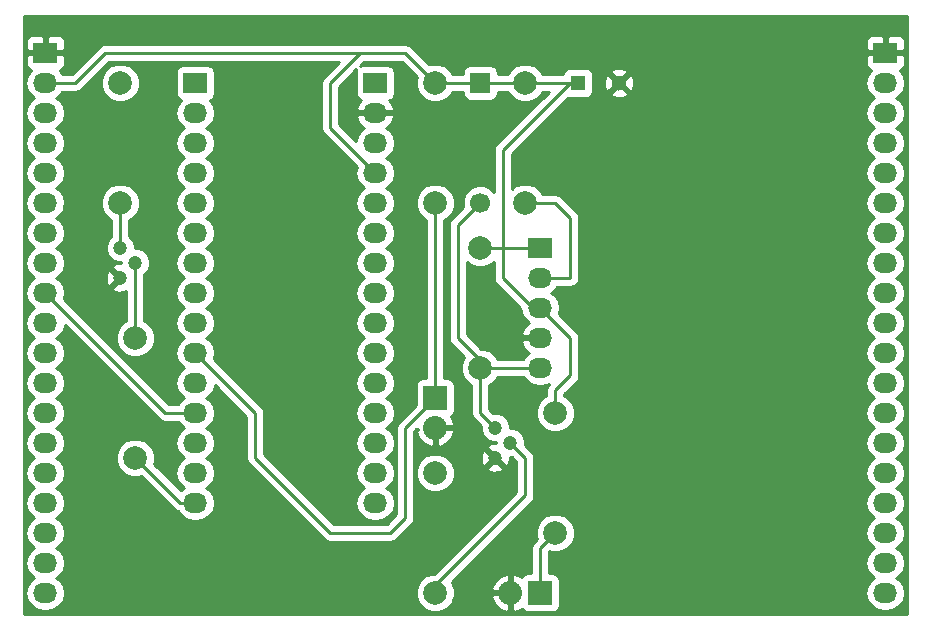
<source format=gbr>
G04 #@! TF.FileFunction,Copper,L1,Top,Signal*
%FSLAX46Y46*%
G04 Gerber Fmt 4.6, Leading zero omitted, Abs format (unit mm)*
G04 Created by KiCad (PCBNEW 4.0.4+e1-6308~48~ubuntu16.04.1-stable) date Thu Sep 22 16:47:12 2016*
%MOMM*%
%LPD*%
G01*
G04 APERTURE LIST*
%ADD10C,0.100000*%
%ADD11C,1.699260*%
%ADD12R,1.699260X1.699260*%
%ADD13R,2.032000X1.727200*%
%ADD14O,2.032000X1.727200*%
%ADD15R,2.032000X2.032000*%
%ADD16O,2.032000X2.032000*%
%ADD17C,1.200000*%
%ADD18C,1.998980*%
%ADD19C,1.300000*%
%ADD20R,1.300000X1.300000*%
%ADD21C,0.250000*%
%ADD22C,0.254000*%
G04 APERTURE END LIST*
D10*
D11*
X68582540Y-88900520D03*
D12*
X68582540Y-78740520D03*
D13*
X73660000Y-92710000D03*
D14*
X73660000Y-95250000D03*
X73660000Y-97790000D03*
X73660000Y-100330000D03*
X73660000Y-102870000D03*
D15*
X64770000Y-105410000D03*
D16*
X64770000Y-107950000D03*
D17*
X69850000Y-110490000D03*
X71120000Y-109220000D03*
X69850000Y-107950000D03*
D18*
X64770000Y-121920000D03*
X64770000Y-111760000D03*
X68580000Y-92710000D03*
X68580000Y-102870000D03*
X72390000Y-88900000D03*
X72390000Y-78740000D03*
X64770000Y-78740000D03*
X64770000Y-88900000D03*
X74930000Y-106680000D03*
X74930000Y-116840000D03*
D19*
X80335000Y-78740000D03*
D20*
X76835000Y-78740000D03*
D15*
X73660000Y-121920000D03*
D16*
X71120000Y-121920000D03*
D13*
X31750000Y-76200000D03*
D14*
X31750000Y-78740000D03*
X31750000Y-81280000D03*
X31750000Y-83820000D03*
X31750000Y-86360000D03*
X31750000Y-88900000D03*
X31750000Y-91440000D03*
X31750000Y-93980000D03*
X31750000Y-96520000D03*
X31750000Y-99060000D03*
X31750000Y-101600000D03*
X31750000Y-104140000D03*
X31750000Y-106680000D03*
X31750000Y-109220000D03*
X31750000Y-111760000D03*
X31750000Y-114300000D03*
X31750000Y-116840000D03*
X31750000Y-119380000D03*
X31750000Y-121920000D03*
D13*
X102870000Y-76200000D03*
D14*
X102870000Y-78740000D03*
X102870000Y-81280000D03*
X102870000Y-83820000D03*
X102870000Y-86360000D03*
X102870000Y-88900000D03*
X102870000Y-91440000D03*
X102870000Y-93980000D03*
X102870000Y-96520000D03*
X102870000Y-99060000D03*
X102870000Y-101600000D03*
X102870000Y-104140000D03*
X102870000Y-106680000D03*
X102870000Y-109220000D03*
X102870000Y-111760000D03*
X102870000Y-114300000D03*
X102870000Y-116840000D03*
X102870000Y-119380000D03*
X102870000Y-121920000D03*
D13*
X44450000Y-78740000D03*
D14*
X44450000Y-81280000D03*
X44450000Y-83820000D03*
X44450000Y-86360000D03*
X44450000Y-88900000D03*
X44450000Y-91440000D03*
X44450000Y-93980000D03*
X44450000Y-96520000D03*
X44450000Y-99060000D03*
X44450000Y-101600000D03*
X44450000Y-104140000D03*
X44450000Y-106680000D03*
X44450000Y-109220000D03*
X44450000Y-111760000D03*
X44450000Y-114300000D03*
D13*
X59690000Y-78740000D03*
D14*
X59690000Y-81280000D03*
X59690000Y-83820000D03*
X59690000Y-86360000D03*
X59690000Y-88900000D03*
X59690000Y-91440000D03*
X59690000Y-93980000D03*
X59690000Y-96520000D03*
X59690000Y-99060000D03*
X59690000Y-101600000D03*
X59690000Y-104140000D03*
X59690000Y-106680000D03*
X59690000Y-109220000D03*
X59690000Y-111760000D03*
X59690000Y-114300000D03*
D17*
X38100000Y-95250000D03*
X39370000Y-93980000D03*
X38100000Y-92710000D03*
D18*
X38100000Y-78740000D03*
X38100000Y-88900000D03*
X39370000Y-110490000D03*
X39370000Y-100330000D03*
D21*
X68580000Y-102870000D02*
X68580000Y-106680000D01*
X68580000Y-106680000D02*
X69850000Y-107950000D01*
X68580000Y-102870000D02*
X68580000Y-102235000D01*
X68580000Y-102235000D02*
X66675000Y-100330000D01*
X66675000Y-90808060D02*
X68582540Y-88900520D01*
X66675000Y-100330000D02*
X66675000Y-90808060D01*
X68580000Y-102870000D02*
X73660000Y-102870000D01*
X68582540Y-88900520D02*
X68582540Y-88902540D01*
X44450000Y-106680000D02*
X41910000Y-106680000D01*
X41910000Y-106680000D02*
X31750000Y-96520000D01*
X38100000Y-88900000D02*
X38100000Y-92710000D01*
X31750000Y-78740000D02*
X34290000Y-78740000D01*
X36830000Y-76200000D02*
X58420000Y-76200000D01*
X34290000Y-78740000D02*
X36830000Y-76200000D01*
X55880000Y-78740000D02*
X58420000Y-76200000D01*
X62230000Y-76200000D02*
X64770000Y-78740000D01*
X58420000Y-76200000D02*
X62230000Y-76200000D01*
X55880000Y-82550000D02*
X59690000Y-86360000D01*
X55880000Y-78740000D02*
X55880000Y-82550000D01*
X73660000Y-97790000D02*
X73025000Y-97790000D01*
X73025000Y-97790000D02*
X70485000Y-95250000D01*
X70485000Y-95250000D02*
X70485000Y-92710000D01*
X74930000Y-106680000D02*
X74930000Y-104775000D01*
X76200000Y-100330000D02*
X73660000Y-97790000D01*
X76200000Y-103505000D02*
X76200000Y-100330000D01*
X74930000Y-104775000D02*
X76200000Y-103505000D01*
X76835000Y-78740000D02*
X76200000Y-78740000D01*
X76200000Y-78740000D02*
X70485000Y-84455000D01*
X70485000Y-84455000D02*
X70485000Y-92710000D01*
X73660000Y-92710000D02*
X70485000Y-92710000D01*
X70485000Y-92710000D02*
X68580000Y-92710000D01*
X72390000Y-78740000D02*
X76835000Y-78740000D01*
X68582540Y-78740520D02*
X72389480Y-78740520D01*
X72389480Y-78740520D02*
X72390000Y-78740000D01*
X64770000Y-78740000D02*
X68582020Y-78740000D01*
X68582020Y-78740000D02*
X68582540Y-78740520D01*
X72389480Y-78740520D02*
X72390000Y-78740000D01*
X68582020Y-78740000D02*
X68582540Y-78740520D01*
X72390000Y-88900000D02*
X74930000Y-88900000D01*
X76200000Y-95250000D02*
X73660000Y-95250000D01*
X76200000Y-90170000D02*
X76200000Y-95250000D01*
X74930000Y-88900000D02*
X76200000Y-90170000D01*
X73660000Y-121920000D02*
X73660000Y-118110000D01*
X73660000Y-118110000D02*
X74930000Y-116840000D01*
X64770000Y-121920000D02*
X64770000Y-121285000D01*
X64770000Y-121285000D02*
X72390000Y-113665000D01*
X72390000Y-113665000D02*
X72390000Y-110490000D01*
X72390000Y-110490000D02*
X71120000Y-109220000D01*
X64770000Y-105410000D02*
X62230000Y-107950000D01*
X49530000Y-106680000D02*
X44450000Y-101600000D01*
X49530000Y-110490000D02*
X49530000Y-106680000D01*
X55880000Y-116840000D02*
X49530000Y-110490000D01*
X60960000Y-116840000D02*
X55880000Y-116840000D01*
X62230000Y-115570000D02*
X60960000Y-116840000D01*
X62230000Y-107950000D02*
X62230000Y-115570000D01*
X64770000Y-105410000D02*
X64770000Y-88900000D01*
X44450000Y-114300000D02*
X43180000Y-114300000D01*
X43180000Y-114300000D02*
X39370000Y-110490000D01*
X39370000Y-93980000D02*
X39370000Y-100330000D01*
D22*
G36*
X104700000Y-123750000D02*
X29920000Y-123750000D01*
X29920000Y-78740000D01*
X30066655Y-78740000D01*
X30180729Y-79313489D01*
X30505585Y-79799670D01*
X30820366Y-80010000D01*
X30505585Y-80220330D01*
X30180729Y-80706511D01*
X30066655Y-81280000D01*
X30180729Y-81853489D01*
X30505585Y-82339670D01*
X30820366Y-82550000D01*
X30505585Y-82760330D01*
X30180729Y-83246511D01*
X30066655Y-83820000D01*
X30180729Y-84393489D01*
X30505585Y-84879670D01*
X30820366Y-85090000D01*
X30505585Y-85300330D01*
X30180729Y-85786511D01*
X30066655Y-86360000D01*
X30180729Y-86933489D01*
X30505585Y-87419670D01*
X30820366Y-87630000D01*
X30505585Y-87840330D01*
X30180729Y-88326511D01*
X30066655Y-88900000D01*
X30180729Y-89473489D01*
X30505585Y-89959670D01*
X30820366Y-90170000D01*
X30505585Y-90380330D01*
X30180729Y-90866511D01*
X30066655Y-91440000D01*
X30180729Y-92013489D01*
X30505585Y-92499670D01*
X30820366Y-92710000D01*
X30505585Y-92920330D01*
X30180729Y-93406511D01*
X30066655Y-93980000D01*
X30180729Y-94553489D01*
X30505585Y-95039670D01*
X30820366Y-95250000D01*
X30505585Y-95460330D01*
X30180729Y-95946511D01*
X30066655Y-96520000D01*
X30180729Y-97093489D01*
X30505585Y-97579670D01*
X30820366Y-97790000D01*
X30505585Y-98000330D01*
X30180729Y-98486511D01*
X30066655Y-99060000D01*
X30180729Y-99633489D01*
X30505585Y-100119670D01*
X30820366Y-100330000D01*
X30505585Y-100540330D01*
X30180729Y-101026511D01*
X30066655Y-101600000D01*
X30180729Y-102173489D01*
X30505585Y-102659670D01*
X30820366Y-102870000D01*
X30505585Y-103080330D01*
X30180729Y-103566511D01*
X30066655Y-104140000D01*
X30180729Y-104713489D01*
X30505585Y-105199670D01*
X30820366Y-105410000D01*
X30505585Y-105620330D01*
X30180729Y-106106511D01*
X30066655Y-106680000D01*
X30180729Y-107253489D01*
X30505585Y-107739670D01*
X30820366Y-107950000D01*
X30505585Y-108160330D01*
X30180729Y-108646511D01*
X30066655Y-109220000D01*
X30180729Y-109793489D01*
X30505585Y-110279670D01*
X30820366Y-110490000D01*
X30505585Y-110700330D01*
X30180729Y-111186511D01*
X30066655Y-111760000D01*
X30180729Y-112333489D01*
X30505585Y-112819670D01*
X30820366Y-113030000D01*
X30505585Y-113240330D01*
X30180729Y-113726511D01*
X30066655Y-114300000D01*
X30180729Y-114873489D01*
X30505585Y-115359670D01*
X30820366Y-115570000D01*
X30505585Y-115780330D01*
X30180729Y-116266511D01*
X30066655Y-116840000D01*
X30180729Y-117413489D01*
X30505585Y-117899670D01*
X30820366Y-118110000D01*
X30505585Y-118320330D01*
X30180729Y-118806511D01*
X30066655Y-119380000D01*
X30180729Y-119953489D01*
X30505585Y-120439670D01*
X30820366Y-120650000D01*
X30505585Y-120860330D01*
X30180729Y-121346511D01*
X30066655Y-121920000D01*
X30180729Y-122493489D01*
X30505585Y-122979670D01*
X30991766Y-123304526D01*
X31565255Y-123418600D01*
X31934745Y-123418600D01*
X32508234Y-123304526D01*
X32994415Y-122979670D01*
X33319271Y-122493489D01*
X33433345Y-121920000D01*
X33319271Y-121346511D01*
X32994415Y-120860330D01*
X32679634Y-120650000D01*
X32994415Y-120439670D01*
X33319271Y-119953489D01*
X33433345Y-119380000D01*
X33319271Y-118806511D01*
X32994415Y-118320330D01*
X32679634Y-118110000D01*
X32994415Y-117899670D01*
X33319271Y-117413489D01*
X33433345Y-116840000D01*
X33319271Y-116266511D01*
X32994415Y-115780330D01*
X32679634Y-115570000D01*
X32994415Y-115359670D01*
X33319271Y-114873489D01*
X33433345Y-114300000D01*
X33319271Y-113726511D01*
X32994415Y-113240330D01*
X32679634Y-113030000D01*
X32994415Y-112819670D01*
X33319271Y-112333489D01*
X33433345Y-111760000D01*
X33319271Y-111186511D01*
X32994415Y-110700330D01*
X32679634Y-110490000D01*
X32994415Y-110279670D01*
X33319271Y-109793489D01*
X33433345Y-109220000D01*
X33319271Y-108646511D01*
X32994415Y-108160330D01*
X32679634Y-107950000D01*
X32994415Y-107739670D01*
X33319271Y-107253489D01*
X33433345Y-106680000D01*
X33319271Y-106106511D01*
X32994415Y-105620330D01*
X32679634Y-105410000D01*
X32994415Y-105199670D01*
X33319271Y-104713489D01*
X33433345Y-104140000D01*
X33319271Y-103566511D01*
X32994415Y-103080330D01*
X32679634Y-102870000D01*
X32994415Y-102659670D01*
X33319271Y-102173489D01*
X33433345Y-101600000D01*
X33319271Y-101026511D01*
X32994415Y-100540330D01*
X32679634Y-100330000D01*
X32994415Y-100119670D01*
X33319271Y-99633489D01*
X33397152Y-99241954D01*
X41372599Y-107217401D01*
X41619161Y-107382148D01*
X41910000Y-107440000D01*
X43005352Y-107440000D01*
X43205585Y-107739670D01*
X43520366Y-107950000D01*
X43205585Y-108160330D01*
X42880729Y-108646511D01*
X42766655Y-109220000D01*
X42880729Y-109793489D01*
X43205585Y-110279670D01*
X43520366Y-110490000D01*
X43205585Y-110700330D01*
X42880729Y-111186511D01*
X42766655Y-111760000D01*
X42880729Y-112333489D01*
X43205585Y-112819670D01*
X43520366Y-113030000D01*
X43205585Y-113240330D01*
X43201398Y-113246596D01*
X40935885Y-110981083D01*
X41004206Y-110816547D01*
X41004774Y-110166306D01*
X40756462Y-109565345D01*
X40297073Y-109105154D01*
X39696547Y-108855794D01*
X39046306Y-108855226D01*
X38445345Y-109103538D01*
X37985154Y-109562927D01*
X37735794Y-110163453D01*
X37735226Y-110813694D01*
X37983538Y-111414655D01*
X38442927Y-111874846D01*
X39043453Y-112124206D01*
X39693694Y-112124774D01*
X39860889Y-112055691D01*
X42642599Y-114837401D01*
X42889161Y-115002148D01*
X42978581Y-115019935D01*
X43205585Y-115359670D01*
X43691766Y-115684526D01*
X44265255Y-115798600D01*
X44634745Y-115798600D01*
X45208234Y-115684526D01*
X45694415Y-115359670D01*
X46019271Y-114873489D01*
X46133345Y-114300000D01*
X46019271Y-113726511D01*
X45694415Y-113240330D01*
X45379634Y-113030000D01*
X45694415Y-112819670D01*
X46019271Y-112333489D01*
X46133345Y-111760000D01*
X46019271Y-111186511D01*
X45694415Y-110700330D01*
X45379634Y-110490000D01*
X45694415Y-110279670D01*
X46019271Y-109793489D01*
X46133345Y-109220000D01*
X46019271Y-108646511D01*
X45694415Y-108160330D01*
X45379634Y-107950000D01*
X45694415Y-107739670D01*
X46019271Y-107253489D01*
X46133345Y-106680000D01*
X46019271Y-106106511D01*
X45694415Y-105620330D01*
X45379634Y-105410000D01*
X45694415Y-105199670D01*
X46019271Y-104713489D01*
X46097152Y-104321954D01*
X48770000Y-106994802D01*
X48770000Y-110490000D01*
X48827852Y-110780839D01*
X48992599Y-111027401D01*
X55342599Y-117377401D01*
X55589161Y-117542148D01*
X55880000Y-117600000D01*
X60960000Y-117600000D01*
X61250839Y-117542148D01*
X61497401Y-117377401D01*
X62767401Y-116107401D01*
X62932148Y-115860840D01*
X62990000Y-115570000D01*
X62990000Y-112083694D01*
X63135226Y-112083694D01*
X63383538Y-112684655D01*
X63842927Y-113144846D01*
X64443453Y-113394206D01*
X65093694Y-113394774D01*
X65694655Y-113146462D01*
X66154846Y-112687073D01*
X66404206Y-112086547D01*
X66404774Y-111436306D01*
X66370244Y-111352735D01*
X69166870Y-111352735D01*
X69216383Y-111578164D01*
X69681036Y-111737807D01*
X70171413Y-111707482D01*
X70483617Y-111578164D01*
X70533130Y-111352735D01*
X69850000Y-110669605D01*
X69166870Y-111352735D01*
X66370244Y-111352735D01*
X66156462Y-110835345D01*
X65697073Y-110375154D01*
X65566743Y-110321036D01*
X68602193Y-110321036D01*
X68632518Y-110811413D01*
X68761836Y-111123617D01*
X68987265Y-111173130D01*
X69670395Y-110490000D01*
X68987265Y-109806870D01*
X68761836Y-109856383D01*
X68602193Y-110321036D01*
X65566743Y-110321036D01*
X65096547Y-110125794D01*
X64446306Y-110125226D01*
X63845345Y-110373538D01*
X63385154Y-110832927D01*
X63135794Y-111433453D01*
X63135226Y-112083694D01*
X62990000Y-112083694D01*
X62990000Y-108264802D01*
X63177800Y-108077002D01*
X63282632Y-108077002D01*
X63164017Y-108332946D01*
X63432812Y-108918379D01*
X63905182Y-109356385D01*
X64387056Y-109555975D01*
X64643000Y-109436836D01*
X64643000Y-108077000D01*
X64897000Y-108077000D01*
X64897000Y-109436836D01*
X65152944Y-109555975D01*
X65634818Y-109356385D01*
X66107188Y-108918379D01*
X66375983Y-108332946D01*
X66257367Y-108077000D01*
X64897000Y-108077000D01*
X64643000Y-108077000D01*
X64623000Y-108077000D01*
X64623000Y-107823000D01*
X64643000Y-107823000D01*
X64643000Y-107803000D01*
X64897000Y-107803000D01*
X64897000Y-107823000D01*
X66257367Y-107823000D01*
X66375983Y-107567054D01*
X66107188Y-106981621D01*
X66102276Y-106977066D01*
X66237441Y-106890090D01*
X66382431Y-106677890D01*
X66433440Y-106426000D01*
X66433440Y-104394000D01*
X66389162Y-104158683D01*
X66250090Y-103942559D01*
X66037890Y-103797569D01*
X65786000Y-103746560D01*
X65530000Y-103746560D01*
X65530000Y-90354496D01*
X65694655Y-90286462D01*
X66154846Y-89827073D01*
X66404206Y-89226547D01*
X66404774Y-88576306D01*
X66156462Y-87975345D01*
X65697073Y-87515154D01*
X65096547Y-87265794D01*
X64446306Y-87265226D01*
X63845345Y-87513538D01*
X63385154Y-87972927D01*
X63135794Y-88573453D01*
X63135226Y-89223694D01*
X63383538Y-89824655D01*
X63842927Y-90284846D01*
X64010000Y-90354221D01*
X64010000Y-103746560D01*
X63754000Y-103746560D01*
X63518683Y-103790838D01*
X63302559Y-103929910D01*
X63157569Y-104142110D01*
X63106560Y-104394000D01*
X63106560Y-105998638D01*
X61692599Y-107412599D01*
X61527852Y-107659161D01*
X61470000Y-107950000D01*
X61470000Y-115255198D01*
X60645198Y-116080000D01*
X56194802Y-116080000D01*
X50290000Y-110175198D01*
X50290000Y-106680000D01*
X50232148Y-106389161D01*
X50067401Y-106142599D01*
X46032381Y-102107579D01*
X46133345Y-101600000D01*
X46019271Y-101026511D01*
X45694415Y-100540330D01*
X45379634Y-100330000D01*
X45694415Y-100119670D01*
X46019271Y-99633489D01*
X46133345Y-99060000D01*
X46019271Y-98486511D01*
X45694415Y-98000330D01*
X45379634Y-97790000D01*
X45694415Y-97579670D01*
X46019271Y-97093489D01*
X46133345Y-96520000D01*
X46019271Y-95946511D01*
X45694415Y-95460330D01*
X45379634Y-95250000D01*
X45694415Y-95039670D01*
X46019271Y-94553489D01*
X46133345Y-93980000D01*
X46019271Y-93406511D01*
X45694415Y-92920330D01*
X45379634Y-92710000D01*
X45694415Y-92499670D01*
X46019271Y-92013489D01*
X46133345Y-91440000D01*
X46019271Y-90866511D01*
X45694415Y-90380330D01*
X45379634Y-90170000D01*
X45694415Y-89959670D01*
X46019271Y-89473489D01*
X46133345Y-88900000D01*
X46019271Y-88326511D01*
X45694415Y-87840330D01*
X45379634Y-87630000D01*
X45694415Y-87419670D01*
X46019271Y-86933489D01*
X46133345Y-86360000D01*
X46019271Y-85786511D01*
X45694415Y-85300330D01*
X45379634Y-85090000D01*
X45694415Y-84879670D01*
X46019271Y-84393489D01*
X46133345Y-83820000D01*
X46019271Y-83246511D01*
X45694415Y-82760330D01*
X45379634Y-82550000D01*
X45694415Y-82339670D01*
X46019271Y-81853489D01*
X46133345Y-81280000D01*
X46019271Y-80706511D01*
X45694415Y-80220330D01*
X45680087Y-80210757D01*
X45701317Y-80206762D01*
X45917441Y-80067690D01*
X46062431Y-79855490D01*
X46113440Y-79603600D01*
X46113440Y-77876400D01*
X46069162Y-77641083D01*
X45930090Y-77424959D01*
X45717890Y-77279969D01*
X45466000Y-77228960D01*
X43434000Y-77228960D01*
X43198683Y-77273238D01*
X42982559Y-77412310D01*
X42837569Y-77624510D01*
X42786560Y-77876400D01*
X42786560Y-79603600D01*
X42830838Y-79838917D01*
X42969910Y-80055041D01*
X43182110Y-80200031D01*
X43223439Y-80208400D01*
X43205585Y-80220330D01*
X42880729Y-80706511D01*
X42766655Y-81280000D01*
X42880729Y-81853489D01*
X43205585Y-82339670D01*
X43520366Y-82550000D01*
X43205585Y-82760330D01*
X42880729Y-83246511D01*
X42766655Y-83820000D01*
X42880729Y-84393489D01*
X43205585Y-84879670D01*
X43520366Y-85090000D01*
X43205585Y-85300330D01*
X42880729Y-85786511D01*
X42766655Y-86360000D01*
X42880729Y-86933489D01*
X43205585Y-87419670D01*
X43520366Y-87630000D01*
X43205585Y-87840330D01*
X42880729Y-88326511D01*
X42766655Y-88900000D01*
X42880729Y-89473489D01*
X43205585Y-89959670D01*
X43520366Y-90170000D01*
X43205585Y-90380330D01*
X42880729Y-90866511D01*
X42766655Y-91440000D01*
X42880729Y-92013489D01*
X43205585Y-92499670D01*
X43520366Y-92710000D01*
X43205585Y-92920330D01*
X42880729Y-93406511D01*
X42766655Y-93980000D01*
X42880729Y-94553489D01*
X43205585Y-95039670D01*
X43520366Y-95250000D01*
X43205585Y-95460330D01*
X42880729Y-95946511D01*
X42766655Y-96520000D01*
X42880729Y-97093489D01*
X43205585Y-97579670D01*
X43520366Y-97790000D01*
X43205585Y-98000330D01*
X42880729Y-98486511D01*
X42766655Y-99060000D01*
X42880729Y-99633489D01*
X43205585Y-100119670D01*
X43520366Y-100330000D01*
X43205585Y-100540330D01*
X42880729Y-101026511D01*
X42766655Y-101600000D01*
X42880729Y-102173489D01*
X43205585Y-102659670D01*
X43520366Y-102870000D01*
X43205585Y-103080330D01*
X42880729Y-103566511D01*
X42766655Y-104140000D01*
X42880729Y-104713489D01*
X43205585Y-105199670D01*
X43520366Y-105410000D01*
X43205585Y-105620330D01*
X43005352Y-105920000D01*
X42224802Y-105920000D01*
X33332381Y-97027579D01*
X33433345Y-96520000D01*
X33319271Y-95946511D01*
X32994415Y-95460330D01*
X32679634Y-95250000D01*
X32932506Y-95081036D01*
X36852193Y-95081036D01*
X36882518Y-95571413D01*
X37011836Y-95883617D01*
X37237265Y-95933130D01*
X37920395Y-95250000D01*
X37237265Y-94566870D01*
X37011836Y-94616383D01*
X36852193Y-95081036D01*
X32932506Y-95081036D01*
X32994415Y-95039670D01*
X33319271Y-94553489D01*
X33433345Y-93980000D01*
X33319271Y-93406511D01*
X32994415Y-92920330D01*
X32679634Y-92710000D01*
X32994415Y-92499670D01*
X33319271Y-92013489D01*
X33433345Y-91440000D01*
X33319271Y-90866511D01*
X32994415Y-90380330D01*
X32679634Y-90170000D01*
X32994415Y-89959670D01*
X33319271Y-89473489D01*
X33368958Y-89223694D01*
X36465226Y-89223694D01*
X36713538Y-89824655D01*
X37172927Y-90284846D01*
X37340000Y-90354221D01*
X37340000Y-91723644D01*
X37053629Y-92009515D01*
X36865215Y-92463266D01*
X36864786Y-92954579D01*
X37052408Y-93408657D01*
X37399515Y-93756371D01*
X37853266Y-93944785D01*
X38135030Y-93945031D01*
X38134973Y-94010479D01*
X37778587Y-94032518D01*
X37466383Y-94161836D01*
X37416870Y-94387265D01*
X38100000Y-95070395D01*
X38114143Y-95056253D01*
X38293748Y-95235858D01*
X38279605Y-95250000D01*
X38293748Y-95264143D01*
X38114143Y-95443748D01*
X38100000Y-95429605D01*
X37416870Y-96112735D01*
X37466383Y-96338164D01*
X37931036Y-96497807D01*
X38421413Y-96467482D01*
X38610000Y-96389367D01*
X38610000Y-98875504D01*
X38445345Y-98943538D01*
X37985154Y-99402927D01*
X37735794Y-100003453D01*
X37735226Y-100653694D01*
X37983538Y-101254655D01*
X38442927Y-101714846D01*
X39043453Y-101964206D01*
X39693694Y-101964774D01*
X40294655Y-101716462D01*
X40754846Y-101257073D01*
X41004206Y-100656547D01*
X41004774Y-100006306D01*
X40756462Y-99405345D01*
X40297073Y-98945154D01*
X40130000Y-98875779D01*
X40130000Y-94966356D01*
X40416371Y-94680485D01*
X40604785Y-94226734D01*
X40605214Y-93735421D01*
X40417592Y-93281343D01*
X40070485Y-92933629D01*
X39616734Y-92745215D01*
X39334970Y-92744969D01*
X39335214Y-92465421D01*
X39147592Y-92011343D01*
X38860000Y-91723248D01*
X38860000Y-90354496D01*
X39024655Y-90286462D01*
X39484846Y-89827073D01*
X39734206Y-89226547D01*
X39734774Y-88576306D01*
X39486462Y-87975345D01*
X39027073Y-87515154D01*
X38426547Y-87265794D01*
X37776306Y-87265226D01*
X37175345Y-87513538D01*
X36715154Y-87972927D01*
X36465794Y-88573453D01*
X36465226Y-89223694D01*
X33368958Y-89223694D01*
X33433345Y-88900000D01*
X33319271Y-88326511D01*
X32994415Y-87840330D01*
X32679634Y-87630000D01*
X32994415Y-87419670D01*
X33319271Y-86933489D01*
X33433345Y-86360000D01*
X33319271Y-85786511D01*
X32994415Y-85300330D01*
X32679634Y-85090000D01*
X32994415Y-84879670D01*
X33319271Y-84393489D01*
X33433345Y-83820000D01*
X33319271Y-83246511D01*
X32994415Y-82760330D01*
X32679634Y-82550000D01*
X32994415Y-82339670D01*
X33319271Y-81853489D01*
X33433345Y-81280000D01*
X33319271Y-80706511D01*
X32994415Y-80220330D01*
X32679634Y-80010000D01*
X32994415Y-79799670D01*
X33194648Y-79500000D01*
X34290000Y-79500000D01*
X34580839Y-79442148D01*
X34827401Y-79277401D01*
X35041108Y-79063694D01*
X36465226Y-79063694D01*
X36713538Y-79664655D01*
X37172927Y-80124846D01*
X37773453Y-80374206D01*
X38423694Y-80374774D01*
X39024655Y-80126462D01*
X39484846Y-79667073D01*
X39734206Y-79066547D01*
X39734774Y-78416306D01*
X39486462Y-77815345D01*
X39027073Y-77355154D01*
X38426547Y-77105794D01*
X37776306Y-77105226D01*
X37175345Y-77353538D01*
X36715154Y-77812927D01*
X36465794Y-78413453D01*
X36465226Y-79063694D01*
X35041108Y-79063694D01*
X37144802Y-76960000D01*
X56585198Y-76960000D01*
X55342599Y-78202599D01*
X55177852Y-78449161D01*
X55120000Y-78740000D01*
X55120000Y-82550000D01*
X55177852Y-82840839D01*
X55342599Y-83087401D01*
X58107619Y-85852421D01*
X58006655Y-86360000D01*
X58120729Y-86933489D01*
X58445585Y-87419670D01*
X58760366Y-87630000D01*
X58445585Y-87840330D01*
X58120729Y-88326511D01*
X58006655Y-88900000D01*
X58120729Y-89473489D01*
X58445585Y-89959670D01*
X58760366Y-90170000D01*
X58445585Y-90380330D01*
X58120729Y-90866511D01*
X58006655Y-91440000D01*
X58120729Y-92013489D01*
X58445585Y-92499670D01*
X58760366Y-92710000D01*
X58445585Y-92920330D01*
X58120729Y-93406511D01*
X58006655Y-93980000D01*
X58120729Y-94553489D01*
X58445585Y-95039670D01*
X58760366Y-95250000D01*
X58445585Y-95460330D01*
X58120729Y-95946511D01*
X58006655Y-96520000D01*
X58120729Y-97093489D01*
X58445585Y-97579670D01*
X58760366Y-97790000D01*
X58445585Y-98000330D01*
X58120729Y-98486511D01*
X58006655Y-99060000D01*
X58120729Y-99633489D01*
X58445585Y-100119670D01*
X58760366Y-100330000D01*
X58445585Y-100540330D01*
X58120729Y-101026511D01*
X58006655Y-101600000D01*
X58120729Y-102173489D01*
X58445585Y-102659670D01*
X58760366Y-102870000D01*
X58445585Y-103080330D01*
X58120729Y-103566511D01*
X58006655Y-104140000D01*
X58120729Y-104713489D01*
X58445585Y-105199670D01*
X58760366Y-105410000D01*
X58445585Y-105620330D01*
X58120729Y-106106511D01*
X58006655Y-106680000D01*
X58120729Y-107253489D01*
X58445585Y-107739670D01*
X58760366Y-107950000D01*
X58445585Y-108160330D01*
X58120729Y-108646511D01*
X58006655Y-109220000D01*
X58120729Y-109793489D01*
X58445585Y-110279670D01*
X58760366Y-110490000D01*
X58445585Y-110700330D01*
X58120729Y-111186511D01*
X58006655Y-111760000D01*
X58120729Y-112333489D01*
X58445585Y-112819670D01*
X58760366Y-113030000D01*
X58445585Y-113240330D01*
X58120729Y-113726511D01*
X58006655Y-114300000D01*
X58120729Y-114873489D01*
X58445585Y-115359670D01*
X58931766Y-115684526D01*
X59505255Y-115798600D01*
X59874745Y-115798600D01*
X60448234Y-115684526D01*
X60934415Y-115359670D01*
X61259271Y-114873489D01*
X61373345Y-114300000D01*
X61259271Y-113726511D01*
X60934415Y-113240330D01*
X60619634Y-113030000D01*
X60934415Y-112819670D01*
X61259271Y-112333489D01*
X61373345Y-111760000D01*
X61259271Y-111186511D01*
X60934415Y-110700330D01*
X60619634Y-110490000D01*
X60934415Y-110279670D01*
X61259271Y-109793489D01*
X61373345Y-109220000D01*
X61259271Y-108646511D01*
X60934415Y-108160330D01*
X60619634Y-107950000D01*
X60934415Y-107739670D01*
X61259271Y-107253489D01*
X61373345Y-106680000D01*
X61259271Y-106106511D01*
X60934415Y-105620330D01*
X60619634Y-105410000D01*
X60934415Y-105199670D01*
X61259271Y-104713489D01*
X61373345Y-104140000D01*
X61259271Y-103566511D01*
X60934415Y-103080330D01*
X60619634Y-102870000D01*
X60934415Y-102659670D01*
X61259271Y-102173489D01*
X61373345Y-101600000D01*
X61259271Y-101026511D01*
X60934415Y-100540330D01*
X60619634Y-100330000D01*
X60934415Y-100119670D01*
X61259271Y-99633489D01*
X61373345Y-99060000D01*
X61259271Y-98486511D01*
X60934415Y-98000330D01*
X60619634Y-97790000D01*
X60934415Y-97579670D01*
X61259271Y-97093489D01*
X61373345Y-96520000D01*
X61259271Y-95946511D01*
X60934415Y-95460330D01*
X60619634Y-95250000D01*
X60934415Y-95039670D01*
X61259271Y-94553489D01*
X61373345Y-93980000D01*
X61259271Y-93406511D01*
X60934415Y-92920330D01*
X60619634Y-92710000D01*
X60934415Y-92499670D01*
X61259271Y-92013489D01*
X61373345Y-91440000D01*
X61259271Y-90866511D01*
X60934415Y-90380330D01*
X60619634Y-90170000D01*
X60934415Y-89959670D01*
X61259271Y-89473489D01*
X61373345Y-88900000D01*
X61259271Y-88326511D01*
X60934415Y-87840330D01*
X60619634Y-87630000D01*
X60934415Y-87419670D01*
X61259271Y-86933489D01*
X61373345Y-86360000D01*
X61259271Y-85786511D01*
X60934415Y-85300330D01*
X60619634Y-85090000D01*
X60934415Y-84879670D01*
X61259271Y-84393489D01*
X61373345Y-83820000D01*
X61259271Y-83246511D01*
X60934415Y-82760330D01*
X60624931Y-82553539D01*
X61040732Y-82182036D01*
X61294709Y-81654791D01*
X61297358Y-81639026D01*
X61176217Y-81407000D01*
X59817000Y-81407000D01*
X59817000Y-81427000D01*
X59563000Y-81427000D01*
X59563000Y-81407000D01*
X58203783Y-81407000D01*
X58082642Y-81639026D01*
X58085291Y-81654791D01*
X58339268Y-82182036D01*
X58755069Y-82553539D01*
X58445585Y-82760330D01*
X58120729Y-83246511D01*
X58042848Y-83638046D01*
X56640000Y-82235198D01*
X56640000Y-79054802D01*
X58093267Y-77601535D01*
X58077569Y-77624510D01*
X58026560Y-77876400D01*
X58026560Y-79603600D01*
X58070838Y-79838917D01*
X58209910Y-80055041D01*
X58422110Y-80200031D01*
X58516927Y-80219232D01*
X58339268Y-80377964D01*
X58085291Y-80905209D01*
X58082642Y-80920974D01*
X58203783Y-81153000D01*
X59563000Y-81153000D01*
X59563000Y-81133000D01*
X59817000Y-81133000D01*
X59817000Y-81153000D01*
X61176217Y-81153000D01*
X61297358Y-80920974D01*
X61294709Y-80905209D01*
X61040732Y-80377964D01*
X60865155Y-80221093D01*
X60941317Y-80206762D01*
X61157441Y-80067690D01*
X61302431Y-79855490D01*
X61353440Y-79603600D01*
X61353440Y-77876400D01*
X61309162Y-77641083D01*
X61170090Y-77424959D01*
X60957890Y-77279969D01*
X60706000Y-77228960D01*
X58674000Y-77228960D01*
X58438683Y-77273238D01*
X58390666Y-77304136D01*
X58734802Y-76960000D01*
X61915198Y-76960000D01*
X63204115Y-78248917D01*
X63135794Y-78413453D01*
X63135226Y-79063694D01*
X63383538Y-79664655D01*
X63842927Y-80124846D01*
X64443453Y-80374206D01*
X65093694Y-80374774D01*
X65694655Y-80126462D01*
X66154846Y-79667073D01*
X66224221Y-79500000D01*
X67085470Y-79500000D01*
X67085470Y-79590150D01*
X67129748Y-79825467D01*
X67268820Y-80041591D01*
X67481020Y-80186581D01*
X67732910Y-80237590D01*
X69432170Y-80237590D01*
X69667487Y-80193312D01*
X69883611Y-80054240D01*
X70028601Y-79842040D01*
X70079610Y-79590150D01*
X70079610Y-79500520D01*
X70935719Y-79500520D01*
X71003538Y-79664655D01*
X71462927Y-80124846D01*
X72063453Y-80374206D01*
X72713694Y-80374774D01*
X73314655Y-80126462D01*
X73774846Y-79667073D01*
X73844221Y-79500000D01*
X74365197Y-79500000D01*
X69947599Y-83917599D01*
X69782852Y-84164161D01*
X69725000Y-84455000D01*
X69725000Y-87943557D01*
X69424614Y-87642646D01*
X68879147Y-87416148D01*
X68288524Y-87415632D01*
X67742663Y-87641178D01*
X67324666Y-88058446D01*
X67098168Y-88603913D01*
X67097652Y-89194536D01*
X67131589Y-89276669D01*
X66137599Y-90270659D01*
X65972852Y-90517221D01*
X65915000Y-90808060D01*
X65915000Y-100330000D01*
X65972852Y-100620839D01*
X66137599Y-100867401D01*
X67204147Y-101933949D01*
X67195154Y-101942927D01*
X66945794Y-102543453D01*
X66945226Y-103193694D01*
X67193538Y-103794655D01*
X67652927Y-104254846D01*
X67820000Y-104324221D01*
X67820000Y-106680000D01*
X67877852Y-106970839D01*
X68042599Y-107217401D01*
X68615139Y-107789941D01*
X68614786Y-108194579D01*
X68802408Y-108648657D01*
X69149515Y-108996371D01*
X69603266Y-109184785D01*
X69885030Y-109185031D01*
X69884973Y-109250479D01*
X69528587Y-109272518D01*
X69216383Y-109401836D01*
X69166870Y-109627265D01*
X69850000Y-110310395D01*
X69864143Y-110296253D01*
X70043748Y-110475858D01*
X70029605Y-110490000D01*
X70712735Y-111173130D01*
X70938164Y-111123617D01*
X71097807Y-110658964D01*
X71085192Y-110454970D01*
X71280338Y-110455140D01*
X71630000Y-110804802D01*
X71630000Y-113350198D01*
X64694755Y-120285443D01*
X64446306Y-120285226D01*
X63845345Y-120533538D01*
X63385154Y-120992927D01*
X63135794Y-121593453D01*
X63135226Y-122243694D01*
X63383538Y-122844655D01*
X63842927Y-123304846D01*
X64443453Y-123554206D01*
X65093694Y-123554774D01*
X65694655Y-123306462D01*
X66154846Y-122847073D01*
X66380787Y-122302944D01*
X69514025Y-122302944D01*
X69713615Y-122784818D01*
X70151621Y-123257188D01*
X70737054Y-123525983D01*
X70993000Y-123407367D01*
X70993000Y-122047000D01*
X69633164Y-122047000D01*
X69514025Y-122302944D01*
X66380787Y-122302944D01*
X66404206Y-122246547D01*
X66404774Y-121596306D01*
X66380293Y-121537056D01*
X69514025Y-121537056D01*
X69633164Y-121793000D01*
X70993000Y-121793000D01*
X70993000Y-120432633D01*
X71247000Y-120432633D01*
X71247000Y-121793000D01*
X71267000Y-121793000D01*
X71267000Y-122047000D01*
X71247000Y-122047000D01*
X71247000Y-123407367D01*
X71502946Y-123525983D01*
X72088379Y-123257188D01*
X72092934Y-123252276D01*
X72179910Y-123387441D01*
X72392110Y-123532431D01*
X72644000Y-123583440D01*
X74676000Y-123583440D01*
X74911317Y-123539162D01*
X75127441Y-123400090D01*
X75272431Y-123187890D01*
X75323440Y-122936000D01*
X75323440Y-120904000D01*
X75279162Y-120668683D01*
X75140090Y-120452559D01*
X74927890Y-120307569D01*
X74676000Y-120256560D01*
X74420000Y-120256560D01*
X74420000Y-118424802D01*
X74438917Y-118405885D01*
X74603453Y-118474206D01*
X75253694Y-118474774D01*
X75854655Y-118226462D01*
X76314846Y-117767073D01*
X76564206Y-117166547D01*
X76564774Y-116516306D01*
X76316462Y-115915345D01*
X75857073Y-115455154D01*
X75256547Y-115205794D01*
X74606306Y-115205226D01*
X74005345Y-115453538D01*
X73545154Y-115912927D01*
X73295794Y-116513453D01*
X73295226Y-117163694D01*
X73364309Y-117330889D01*
X73122599Y-117572599D01*
X72957852Y-117819161D01*
X72900000Y-118110000D01*
X72900000Y-120256560D01*
X72644000Y-120256560D01*
X72408683Y-120300838D01*
X72192559Y-120439910D01*
X72092144Y-120586872D01*
X72088379Y-120582812D01*
X71502946Y-120314017D01*
X71247000Y-120432633D01*
X70993000Y-120432633D01*
X70737054Y-120314017D01*
X70151621Y-120582812D01*
X69713615Y-121055182D01*
X69514025Y-121537056D01*
X66380293Y-121537056D01*
X66156462Y-120995345D01*
X66145469Y-120984333D01*
X72927401Y-114202401D01*
X73092148Y-113955840D01*
X73150000Y-113665000D01*
X73150000Y-110490000D01*
X73114274Y-110310395D01*
X73092148Y-110199160D01*
X72927401Y-109952599D01*
X72354861Y-109380059D01*
X72355214Y-108975421D01*
X72167592Y-108521343D01*
X71820485Y-108173629D01*
X71366734Y-107985215D01*
X71084970Y-107984969D01*
X71085214Y-107705421D01*
X70897592Y-107251343D01*
X70550485Y-106903629D01*
X70096734Y-106715215D01*
X69689662Y-106714860D01*
X69340000Y-106365198D01*
X69340000Y-104324496D01*
X69504655Y-104256462D01*
X69964846Y-103797073D01*
X70034221Y-103630000D01*
X72215352Y-103630000D01*
X72415585Y-103929670D01*
X72901766Y-104254526D01*
X73475255Y-104368600D01*
X73844745Y-104368600D01*
X74375626Y-104263001D01*
X74227852Y-104484161D01*
X74170000Y-104775000D01*
X74170000Y-105225504D01*
X74005345Y-105293538D01*
X73545154Y-105752927D01*
X73295794Y-106353453D01*
X73295226Y-107003694D01*
X73543538Y-107604655D01*
X74002927Y-108064846D01*
X74603453Y-108314206D01*
X75253694Y-108314774D01*
X75854655Y-108066462D01*
X76314846Y-107607073D01*
X76564206Y-107006547D01*
X76564774Y-106356306D01*
X76316462Y-105755345D01*
X75857073Y-105295154D01*
X75690000Y-105225779D01*
X75690000Y-105089802D01*
X76737401Y-104042401D01*
X76902148Y-103795840D01*
X76960000Y-103505000D01*
X76960000Y-100330000D01*
X76902148Y-100039161D01*
X76902148Y-100039160D01*
X76737401Y-99792599D01*
X75242381Y-98297579D01*
X75343345Y-97790000D01*
X75229271Y-97216511D01*
X74904415Y-96730330D01*
X74589634Y-96520000D01*
X74904415Y-96309670D01*
X75104648Y-96010000D01*
X76200000Y-96010000D01*
X76490839Y-95952148D01*
X76737401Y-95787401D01*
X76902148Y-95540839D01*
X76960000Y-95250000D01*
X76960000Y-90170000D01*
X76935744Y-90048060D01*
X76902148Y-89879160D01*
X76737401Y-89632599D01*
X75467401Y-88362599D01*
X75220839Y-88197852D01*
X74930000Y-88140000D01*
X73844496Y-88140000D01*
X73776462Y-87975345D01*
X73317073Y-87515154D01*
X72716547Y-87265794D01*
X72066306Y-87265226D01*
X71465345Y-87513538D01*
X71245000Y-87733499D01*
X71245000Y-84769802D01*
X76012330Y-80002473D01*
X76185000Y-80037440D01*
X77485000Y-80037440D01*
X77720317Y-79993162D01*
X77936441Y-79854090D01*
X78081431Y-79641890D01*
X78082012Y-79639016D01*
X79615590Y-79639016D01*
X79671271Y-79869611D01*
X80154078Y-80037622D01*
X80664428Y-80008083D01*
X80998729Y-79869611D01*
X81054410Y-79639016D01*
X80335000Y-78919605D01*
X79615590Y-79639016D01*
X78082012Y-79639016D01*
X78132440Y-79390000D01*
X78132440Y-78559078D01*
X79037378Y-78559078D01*
X79066917Y-79069428D01*
X79205389Y-79403729D01*
X79435984Y-79459410D01*
X80155395Y-78740000D01*
X80514605Y-78740000D01*
X81234016Y-79459410D01*
X81464611Y-79403729D01*
X81632622Y-78920922D01*
X81622151Y-78740000D01*
X101186655Y-78740000D01*
X101300729Y-79313489D01*
X101625585Y-79799670D01*
X101940366Y-80010000D01*
X101625585Y-80220330D01*
X101300729Y-80706511D01*
X101186655Y-81280000D01*
X101300729Y-81853489D01*
X101625585Y-82339670D01*
X101940366Y-82550000D01*
X101625585Y-82760330D01*
X101300729Y-83246511D01*
X101186655Y-83820000D01*
X101300729Y-84393489D01*
X101625585Y-84879670D01*
X101940366Y-85090000D01*
X101625585Y-85300330D01*
X101300729Y-85786511D01*
X101186655Y-86360000D01*
X101300729Y-86933489D01*
X101625585Y-87419670D01*
X101940366Y-87630000D01*
X101625585Y-87840330D01*
X101300729Y-88326511D01*
X101186655Y-88900000D01*
X101300729Y-89473489D01*
X101625585Y-89959670D01*
X101940366Y-90170000D01*
X101625585Y-90380330D01*
X101300729Y-90866511D01*
X101186655Y-91440000D01*
X101300729Y-92013489D01*
X101625585Y-92499670D01*
X101940366Y-92710000D01*
X101625585Y-92920330D01*
X101300729Y-93406511D01*
X101186655Y-93980000D01*
X101300729Y-94553489D01*
X101625585Y-95039670D01*
X101940366Y-95250000D01*
X101625585Y-95460330D01*
X101300729Y-95946511D01*
X101186655Y-96520000D01*
X101300729Y-97093489D01*
X101625585Y-97579670D01*
X101940366Y-97790000D01*
X101625585Y-98000330D01*
X101300729Y-98486511D01*
X101186655Y-99060000D01*
X101300729Y-99633489D01*
X101625585Y-100119670D01*
X101940366Y-100330000D01*
X101625585Y-100540330D01*
X101300729Y-101026511D01*
X101186655Y-101600000D01*
X101300729Y-102173489D01*
X101625585Y-102659670D01*
X101940366Y-102870000D01*
X101625585Y-103080330D01*
X101300729Y-103566511D01*
X101186655Y-104140000D01*
X101300729Y-104713489D01*
X101625585Y-105199670D01*
X101940366Y-105410000D01*
X101625585Y-105620330D01*
X101300729Y-106106511D01*
X101186655Y-106680000D01*
X101300729Y-107253489D01*
X101625585Y-107739670D01*
X101940366Y-107950000D01*
X101625585Y-108160330D01*
X101300729Y-108646511D01*
X101186655Y-109220000D01*
X101300729Y-109793489D01*
X101625585Y-110279670D01*
X101940366Y-110490000D01*
X101625585Y-110700330D01*
X101300729Y-111186511D01*
X101186655Y-111760000D01*
X101300729Y-112333489D01*
X101625585Y-112819670D01*
X101940366Y-113030000D01*
X101625585Y-113240330D01*
X101300729Y-113726511D01*
X101186655Y-114300000D01*
X101300729Y-114873489D01*
X101625585Y-115359670D01*
X101940366Y-115570000D01*
X101625585Y-115780330D01*
X101300729Y-116266511D01*
X101186655Y-116840000D01*
X101300729Y-117413489D01*
X101625585Y-117899670D01*
X101940366Y-118110000D01*
X101625585Y-118320330D01*
X101300729Y-118806511D01*
X101186655Y-119380000D01*
X101300729Y-119953489D01*
X101625585Y-120439670D01*
X101940366Y-120650000D01*
X101625585Y-120860330D01*
X101300729Y-121346511D01*
X101186655Y-121920000D01*
X101300729Y-122493489D01*
X101625585Y-122979670D01*
X102111766Y-123304526D01*
X102685255Y-123418600D01*
X103054745Y-123418600D01*
X103628234Y-123304526D01*
X104114415Y-122979670D01*
X104439271Y-122493489D01*
X104553345Y-121920000D01*
X104439271Y-121346511D01*
X104114415Y-120860330D01*
X103799634Y-120650000D01*
X104114415Y-120439670D01*
X104439271Y-119953489D01*
X104553345Y-119380000D01*
X104439271Y-118806511D01*
X104114415Y-118320330D01*
X103799634Y-118110000D01*
X104114415Y-117899670D01*
X104439271Y-117413489D01*
X104553345Y-116840000D01*
X104439271Y-116266511D01*
X104114415Y-115780330D01*
X103799634Y-115570000D01*
X104114415Y-115359670D01*
X104439271Y-114873489D01*
X104553345Y-114300000D01*
X104439271Y-113726511D01*
X104114415Y-113240330D01*
X103799634Y-113030000D01*
X104114415Y-112819670D01*
X104439271Y-112333489D01*
X104553345Y-111760000D01*
X104439271Y-111186511D01*
X104114415Y-110700330D01*
X103799634Y-110490000D01*
X104114415Y-110279670D01*
X104439271Y-109793489D01*
X104553345Y-109220000D01*
X104439271Y-108646511D01*
X104114415Y-108160330D01*
X103799634Y-107950000D01*
X104114415Y-107739670D01*
X104439271Y-107253489D01*
X104553345Y-106680000D01*
X104439271Y-106106511D01*
X104114415Y-105620330D01*
X103799634Y-105410000D01*
X104114415Y-105199670D01*
X104439271Y-104713489D01*
X104553345Y-104140000D01*
X104439271Y-103566511D01*
X104114415Y-103080330D01*
X103799634Y-102870000D01*
X104114415Y-102659670D01*
X104439271Y-102173489D01*
X104553345Y-101600000D01*
X104439271Y-101026511D01*
X104114415Y-100540330D01*
X103799634Y-100330000D01*
X104114415Y-100119670D01*
X104439271Y-99633489D01*
X104553345Y-99060000D01*
X104439271Y-98486511D01*
X104114415Y-98000330D01*
X103799634Y-97790000D01*
X104114415Y-97579670D01*
X104439271Y-97093489D01*
X104553345Y-96520000D01*
X104439271Y-95946511D01*
X104114415Y-95460330D01*
X103799634Y-95250000D01*
X104114415Y-95039670D01*
X104439271Y-94553489D01*
X104553345Y-93980000D01*
X104439271Y-93406511D01*
X104114415Y-92920330D01*
X103799634Y-92710000D01*
X104114415Y-92499670D01*
X104439271Y-92013489D01*
X104553345Y-91440000D01*
X104439271Y-90866511D01*
X104114415Y-90380330D01*
X103799634Y-90170000D01*
X104114415Y-89959670D01*
X104439271Y-89473489D01*
X104553345Y-88900000D01*
X104439271Y-88326511D01*
X104114415Y-87840330D01*
X103799634Y-87630000D01*
X104114415Y-87419670D01*
X104439271Y-86933489D01*
X104553345Y-86360000D01*
X104439271Y-85786511D01*
X104114415Y-85300330D01*
X103799634Y-85090000D01*
X104114415Y-84879670D01*
X104439271Y-84393489D01*
X104553345Y-83820000D01*
X104439271Y-83246511D01*
X104114415Y-82760330D01*
X103799634Y-82550000D01*
X104114415Y-82339670D01*
X104439271Y-81853489D01*
X104553345Y-81280000D01*
X104439271Y-80706511D01*
X104114415Y-80220330D01*
X103799634Y-80010000D01*
X104114415Y-79799670D01*
X104439271Y-79313489D01*
X104553345Y-78740000D01*
X104439271Y-78166511D01*
X104114415Y-77680330D01*
X104092220Y-77665500D01*
X104245699Y-77601927D01*
X104424327Y-77423298D01*
X104521000Y-77189909D01*
X104521000Y-76485750D01*
X104362250Y-76327000D01*
X102997000Y-76327000D01*
X102997000Y-76347000D01*
X102743000Y-76347000D01*
X102743000Y-76327000D01*
X101377750Y-76327000D01*
X101219000Y-76485750D01*
X101219000Y-77189909D01*
X101315673Y-77423298D01*
X101494301Y-77601927D01*
X101647780Y-77665500D01*
X101625585Y-77680330D01*
X101300729Y-78166511D01*
X101186655Y-78740000D01*
X81622151Y-78740000D01*
X81603083Y-78410572D01*
X81464611Y-78076271D01*
X81234016Y-78020590D01*
X80514605Y-78740000D01*
X80155395Y-78740000D01*
X79435984Y-78020590D01*
X79205389Y-78076271D01*
X79037378Y-78559078D01*
X78132440Y-78559078D01*
X78132440Y-78090000D01*
X78088162Y-77854683D01*
X78079347Y-77840984D01*
X79615590Y-77840984D01*
X80335000Y-78560395D01*
X81054410Y-77840984D01*
X80998729Y-77610389D01*
X80515922Y-77442378D01*
X80005572Y-77471917D01*
X79671271Y-77610389D01*
X79615590Y-77840984D01*
X78079347Y-77840984D01*
X77949090Y-77638559D01*
X77736890Y-77493569D01*
X77485000Y-77442560D01*
X76185000Y-77442560D01*
X75949683Y-77486838D01*
X75733559Y-77625910D01*
X75588569Y-77838110D01*
X75559836Y-77980000D01*
X73844496Y-77980000D01*
X73776462Y-77815345D01*
X73317073Y-77355154D01*
X72716547Y-77105794D01*
X72066306Y-77105226D01*
X71465345Y-77353538D01*
X71005154Y-77812927D01*
X70935563Y-77980520D01*
X70079610Y-77980520D01*
X70079610Y-77890890D01*
X70035332Y-77655573D01*
X69896260Y-77439449D01*
X69684060Y-77294459D01*
X69432170Y-77243450D01*
X67732910Y-77243450D01*
X67497593Y-77287728D01*
X67281469Y-77426800D01*
X67136479Y-77639000D01*
X67085470Y-77890890D01*
X67085470Y-77980000D01*
X66224496Y-77980000D01*
X66156462Y-77815345D01*
X65697073Y-77355154D01*
X65096547Y-77105794D01*
X64446306Y-77105226D01*
X64279111Y-77174309D01*
X62767401Y-75662599D01*
X62520839Y-75497852D01*
X62230000Y-75440000D01*
X36830000Y-75440000D01*
X36587414Y-75488254D01*
X36539160Y-75497852D01*
X36292599Y-75662599D01*
X33975198Y-77980000D01*
X33194648Y-77980000D01*
X32994415Y-77680330D01*
X32972220Y-77665500D01*
X33125699Y-77601927D01*
X33304327Y-77423298D01*
X33401000Y-77189909D01*
X33401000Y-76485750D01*
X33242250Y-76327000D01*
X31877000Y-76327000D01*
X31877000Y-76347000D01*
X31623000Y-76347000D01*
X31623000Y-76327000D01*
X30257750Y-76327000D01*
X30099000Y-76485750D01*
X30099000Y-77189909D01*
X30195673Y-77423298D01*
X30374301Y-77601927D01*
X30527780Y-77665500D01*
X30505585Y-77680330D01*
X30180729Y-78166511D01*
X30066655Y-78740000D01*
X29920000Y-78740000D01*
X29920000Y-75210091D01*
X30099000Y-75210091D01*
X30099000Y-75914250D01*
X30257750Y-76073000D01*
X31623000Y-76073000D01*
X31623000Y-74860150D01*
X31877000Y-74860150D01*
X31877000Y-76073000D01*
X33242250Y-76073000D01*
X33401000Y-75914250D01*
X33401000Y-75210091D01*
X101219000Y-75210091D01*
X101219000Y-75914250D01*
X101377750Y-76073000D01*
X102743000Y-76073000D01*
X102743000Y-74860150D01*
X102997000Y-74860150D01*
X102997000Y-76073000D01*
X104362250Y-76073000D01*
X104521000Y-75914250D01*
X104521000Y-75210091D01*
X104424327Y-74976702D01*
X104245699Y-74798073D01*
X104012310Y-74701400D01*
X103155750Y-74701400D01*
X102997000Y-74860150D01*
X102743000Y-74860150D01*
X102584250Y-74701400D01*
X101727690Y-74701400D01*
X101494301Y-74798073D01*
X101315673Y-74976702D01*
X101219000Y-75210091D01*
X33401000Y-75210091D01*
X33304327Y-74976702D01*
X33125699Y-74798073D01*
X32892310Y-74701400D01*
X32035750Y-74701400D01*
X31877000Y-74860150D01*
X31623000Y-74860150D01*
X31464250Y-74701400D01*
X30607690Y-74701400D01*
X30374301Y-74798073D01*
X30195673Y-74976702D01*
X30099000Y-75210091D01*
X29920000Y-75210091D01*
X29920000Y-73100000D01*
X104700000Y-73100000D01*
X104700000Y-123750000D01*
X104700000Y-123750000D01*
G37*
X104700000Y-123750000D02*
X29920000Y-123750000D01*
X29920000Y-78740000D01*
X30066655Y-78740000D01*
X30180729Y-79313489D01*
X30505585Y-79799670D01*
X30820366Y-80010000D01*
X30505585Y-80220330D01*
X30180729Y-80706511D01*
X30066655Y-81280000D01*
X30180729Y-81853489D01*
X30505585Y-82339670D01*
X30820366Y-82550000D01*
X30505585Y-82760330D01*
X30180729Y-83246511D01*
X30066655Y-83820000D01*
X30180729Y-84393489D01*
X30505585Y-84879670D01*
X30820366Y-85090000D01*
X30505585Y-85300330D01*
X30180729Y-85786511D01*
X30066655Y-86360000D01*
X30180729Y-86933489D01*
X30505585Y-87419670D01*
X30820366Y-87630000D01*
X30505585Y-87840330D01*
X30180729Y-88326511D01*
X30066655Y-88900000D01*
X30180729Y-89473489D01*
X30505585Y-89959670D01*
X30820366Y-90170000D01*
X30505585Y-90380330D01*
X30180729Y-90866511D01*
X30066655Y-91440000D01*
X30180729Y-92013489D01*
X30505585Y-92499670D01*
X30820366Y-92710000D01*
X30505585Y-92920330D01*
X30180729Y-93406511D01*
X30066655Y-93980000D01*
X30180729Y-94553489D01*
X30505585Y-95039670D01*
X30820366Y-95250000D01*
X30505585Y-95460330D01*
X30180729Y-95946511D01*
X30066655Y-96520000D01*
X30180729Y-97093489D01*
X30505585Y-97579670D01*
X30820366Y-97790000D01*
X30505585Y-98000330D01*
X30180729Y-98486511D01*
X30066655Y-99060000D01*
X30180729Y-99633489D01*
X30505585Y-100119670D01*
X30820366Y-100330000D01*
X30505585Y-100540330D01*
X30180729Y-101026511D01*
X30066655Y-101600000D01*
X30180729Y-102173489D01*
X30505585Y-102659670D01*
X30820366Y-102870000D01*
X30505585Y-103080330D01*
X30180729Y-103566511D01*
X30066655Y-104140000D01*
X30180729Y-104713489D01*
X30505585Y-105199670D01*
X30820366Y-105410000D01*
X30505585Y-105620330D01*
X30180729Y-106106511D01*
X30066655Y-106680000D01*
X30180729Y-107253489D01*
X30505585Y-107739670D01*
X30820366Y-107950000D01*
X30505585Y-108160330D01*
X30180729Y-108646511D01*
X30066655Y-109220000D01*
X30180729Y-109793489D01*
X30505585Y-110279670D01*
X30820366Y-110490000D01*
X30505585Y-110700330D01*
X30180729Y-111186511D01*
X30066655Y-111760000D01*
X30180729Y-112333489D01*
X30505585Y-112819670D01*
X30820366Y-113030000D01*
X30505585Y-113240330D01*
X30180729Y-113726511D01*
X30066655Y-114300000D01*
X30180729Y-114873489D01*
X30505585Y-115359670D01*
X30820366Y-115570000D01*
X30505585Y-115780330D01*
X30180729Y-116266511D01*
X30066655Y-116840000D01*
X30180729Y-117413489D01*
X30505585Y-117899670D01*
X30820366Y-118110000D01*
X30505585Y-118320330D01*
X30180729Y-118806511D01*
X30066655Y-119380000D01*
X30180729Y-119953489D01*
X30505585Y-120439670D01*
X30820366Y-120650000D01*
X30505585Y-120860330D01*
X30180729Y-121346511D01*
X30066655Y-121920000D01*
X30180729Y-122493489D01*
X30505585Y-122979670D01*
X30991766Y-123304526D01*
X31565255Y-123418600D01*
X31934745Y-123418600D01*
X32508234Y-123304526D01*
X32994415Y-122979670D01*
X33319271Y-122493489D01*
X33433345Y-121920000D01*
X33319271Y-121346511D01*
X32994415Y-120860330D01*
X32679634Y-120650000D01*
X32994415Y-120439670D01*
X33319271Y-119953489D01*
X33433345Y-119380000D01*
X33319271Y-118806511D01*
X32994415Y-118320330D01*
X32679634Y-118110000D01*
X32994415Y-117899670D01*
X33319271Y-117413489D01*
X33433345Y-116840000D01*
X33319271Y-116266511D01*
X32994415Y-115780330D01*
X32679634Y-115570000D01*
X32994415Y-115359670D01*
X33319271Y-114873489D01*
X33433345Y-114300000D01*
X33319271Y-113726511D01*
X32994415Y-113240330D01*
X32679634Y-113030000D01*
X32994415Y-112819670D01*
X33319271Y-112333489D01*
X33433345Y-111760000D01*
X33319271Y-111186511D01*
X32994415Y-110700330D01*
X32679634Y-110490000D01*
X32994415Y-110279670D01*
X33319271Y-109793489D01*
X33433345Y-109220000D01*
X33319271Y-108646511D01*
X32994415Y-108160330D01*
X32679634Y-107950000D01*
X32994415Y-107739670D01*
X33319271Y-107253489D01*
X33433345Y-106680000D01*
X33319271Y-106106511D01*
X32994415Y-105620330D01*
X32679634Y-105410000D01*
X32994415Y-105199670D01*
X33319271Y-104713489D01*
X33433345Y-104140000D01*
X33319271Y-103566511D01*
X32994415Y-103080330D01*
X32679634Y-102870000D01*
X32994415Y-102659670D01*
X33319271Y-102173489D01*
X33433345Y-101600000D01*
X33319271Y-101026511D01*
X32994415Y-100540330D01*
X32679634Y-100330000D01*
X32994415Y-100119670D01*
X33319271Y-99633489D01*
X33397152Y-99241954D01*
X41372599Y-107217401D01*
X41619161Y-107382148D01*
X41910000Y-107440000D01*
X43005352Y-107440000D01*
X43205585Y-107739670D01*
X43520366Y-107950000D01*
X43205585Y-108160330D01*
X42880729Y-108646511D01*
X42766655Y-109220000D01*
X42880729Y-109793489D01*
X43205585Y-110279670D01*
X43520366Y-110490000D01*
X43205585Y-110700330D01*
X42880729Y-111186511D01*
X42766655Y-111760000D01*
X42880729Y-112333489D01*
X43205585Y-112819670D01*
X43520366Y-113030000D01*
X43205585Y-113240330D01*
X43201398Y-113246596D01*
X40935885Y-110981083D01*
X41004206Y-110816547D01*
X41004774Y-110166306D01*
X40756462Y-109565345D01*
X40297073Y-109105154D01*
X39696547Y-108855794D01*
X39046306Y-108855226D01*
X38445345Y-109103538D01*
X37985154Y-109562927D01*
X37735794Y-110163453D01*
X37735226Y-110813694D01*
X37983538Y-111414655D01*
X38442927Y-111874846D01*
X39043453Y-112124206D01*
X39693694Y-112124774D01*
X39860889Y-112055691D01*
X42642599Y-114837401D01*
X42889161Y-115002148D01*
X42978581Y-115019935D01*
X43205585Y-115359670D01*
X43691766Y-115684526D01*
X44265255Y-115798600D01*
X44634745Y-115798600D01*
X45208234Y-115684526D01*
X45694415Y-115359670D01*
X46019271Y-114873489D01*
X46133345Y-114300000D01*
X46019271Y-113726511D01*
X45694415Y-113240330D01*
X45379634Y-113030000D01*
X45694415Y-112819670D01*
X46019271Y-112333489D01*
X46133345Y-111760000D01*
X46019271Y-111186511D01*
X45694415Y-110700330D01*
X45379634Y-110490000D01*
X45694415Y-110279670D01*
X46019271Y-109793489D01*
X46133345Y-109220000D01*
X46019271Y-108646511D01*
X45694415Y-108160330D01*
X45379634Y-107950000D01*
X45694415Y-107739670D01*
X46019271Y-107253489D01*
X46133345Y-106680000D01*
X46019271Y-106106511D01*
X45694415Y-105620330D01*
X45379634Y-105410000D01*
X45694415Y-105199670D01*
X46019271Y-104713489D01*
X46097152Y-104321954D01*
X48770000Y-106994802D01*
X48770000Y-110490000D01*
X48827852Y-110780839D01*
X48992599Y-111027401D01*
X55342599Y-117377401D01*
X55589161Y-117542148D01*
X55880000Y-117600000D01*
X60960000Y-117600000D01*
X61250839Y-117542148D01*
X61497401Y-117377401D01*
X62767401Y-116107401D01*
X62932148Y-115860840D01*
X62990000Y-115570000D01*
X62990000Y-112083694D01*
X63135226Y-112083694D01*
X63383538Y-112684655D01*
X63842927Y-113144846D01*
X64443453Y-113394206D01*
X65093694Y-113394774D01*
X65694655Y-113146462D01*
X66154846Y-112687073D01*
X66404206Y-112086547D01*
X66404774Y-111436306D01*
X66370244Y-111352735D01*
X69166870Y-111352735D01*
X69216383Y-111578164D01*
X69681036Y-111737807D01*
X70171413Y-111707482D01*
X70483617Y-111578164D01*
X70533130Y-111352735D01*
X69850000Y-110669605D01*
X69166870Y-111352735D01*
X66370244Y-111352735D01*
X66156462Y-110835345D01*
X65697073Y-110375154D01*
X65566743Y-110321036D01*
X68602193Y-110321036D01*
X68632518Y-110811413D01*
X68761836Y-111123617D01*
X68987265Y-111173130D01*
X69670395Y-110490000D01*
X68987265Y-109806870D01*
X68761836Y-109856383D01*
X68602193Y-110321036D01*
X65566743Y-110321036D01*
X65096547Y-110125794D01*
X64446306Y-110125226D01*
X63845345Y-110373538D01*
X63385154Y-110832927D01*
X63135794Y-111433453D01*
X63135226Y-112083694D01*
X62990000Y-112083694D01*
X62990000Y-108264802D01*
X63177800Y-108077002D01*
X63282632Y-108077002D01*
X63164017Y-108332946D01*
X63432812Y-108918379D01*
X63905182Y-109356385D01*
X64387056Y-109555975D01*
X64643000Y-109436836D01*
X64643000Y-108077000D01*
X64897000Y-108077000D01*
X64897000Y-109436836D01*
X65152944Y-109555975D01*
X65634818Y-109356385D01*
X66107188Y-108918379D01*
X66375983Y-108332946D01*
X66257367Y-108077000D01*
X64897000Y-108077000D01*
X64643000Y-108077000D01*
X64623000Y-108077000D01*
X64623000Y-107823000D01*
X64643000Y-107823000D01*
X64643000Y-107803000D01*
X64897000Y-107803000D01*
X64897000Y-107823000D01*
X66257367Y-107823000D01*
X66375983Y-107567054D01*
X66107188Y-106981621D01*
X66102276Y-106977066D01*
X66237441Y-106890090D01*
X66382431Y-106677890D01*
X66433440Y-106426000D01*
X66433440Y-104394000D01*
X66389162Y-104158683D01*
X66250090Y-103942559D01*
X66037890Y-103797569D01*
X65786000Y-103746560D01*
X65530000Y-103746560D01*
X65530000Y-90354496D01*
X65694655Y-90286462D01*
X66154846Y-89827073D01*
X66404206Y-89226547D01*
X66404774Y-88576306D01*
X66156462Y-87975345D01*
X65697073Y-87515154D01*
X65096547Y-87265794D01*
X64446306Y-87265226D01*
X63845345Y-87513538D01*
X63385154Y-87972927D01*
X63135794Y-88573453D01*
X63135226Y-89223694D01*
X63383538Y-89824655D01*
X63842927Y-90284846D01*
X64010000Y-90354221D01*
X64010000Y-103746560D01*
X63754000Y-103746560D01*
X63518683Y-103790838D01*
X63302559Y-103929910D01*
X63157569Y-104142110D01*
X63106560Y-104394000D01*
X63106560Y-105998638D01*
X61692599Y-107412599D01*
X61527852Y-107659161D01*
X61470000Y-107950000D01*
X61470000Y-115255198D01*
X60645198Y-116080000D01*
X56194802Y-116080000D01*
X50290000Y-110175198D01*
X50290000Y-106680000D01*
X50232148Y-106389161D01*
X50067401Y-106142599D01*
X46032381Y-102107579D01*
X46133345Y-101600000D01*
X46019271Y-101026511D01*
X45694415Y-100540330D01*
X45379634Y-100330000D01*
X45694415Y-100119670D01*
X46019271Y-99633489D01*
X46133345Y-99060000D01*
X46019271Y-98486511D01*
X45694415Y-98000330D01*
X45379634Y-97790000D01*
X45694415Y-97579670D01*
X46019271Y-97093489D01*
X46133345Y-96520000D01*
X46019271Y-95946511D01*
X45694415Y-95460330D01*
X45379634Y-95250000D01*
X45694415Y-95039670D01*
X46019271Y-94553489D01*
X46133345Y-93980000D01*
X46019271Y-93406511D01*
X45694415Y-92920330D01*
X45379634Y-92710000D01*
X45694415Y-92499670D01*
X46019271Y-92013489D01*
X46133345Y-91440000D01*
X46019271Y-90866511D01*
X45694415Y-90380330D01*
X45379634Y-90170000D01*
X45694415Y-89959670D01*
X46019271Y-89473489D01*
X46133345Y-88900000D01*
X46019271Y-88326511D01*
X45694415Y-87840330D01*
X45379634Y-87630000D01*
X45694415Y-87419670D01*
X46019271Y-86933489D01*
X46133345Y-86360000D01*
X46019271Y-85786511D01*
X45694415Y-85300330D01*
X45379634Y-85090000D01*
X45694415Y-84879670D01*
X46019271Y-84393489D01*
X46133345Y-83820000D01*
X46019271Y-83246511D01*
X45694415Y-82760330D01*
X45379634Y-82550000D01*
X45694415Y-82339670D01*
X46019271Y-81853489D01*
X46133345Y-81280000D01*
X46019271Y-80706511D01*
X45694415Y-80220330D01*
X45680087Y-80210757D01*
X45701317Y-80206762D01*
X45917441Y-80067690D01*
X46062431Y-79855490D01*
X46113440Y-79603600D01*
X46113440Y-77876400D01*
X46069162Y-77641083D01*
X45930090Y-77424959D01*
X45717890Y-77279969D01*
X45466000Y-77228960D01*
X43434000Y-77228960D01*
X43198683Y-77273238D01*
X42982559Y-77412310D01*
X42837569Y-77624510D01*
X42786560Y-77876400D01*
X42786560Y-79603600D01*
X42830838Y-79838917D01*
X42969910Y-80055041D01*
X43182110Y-80200031D01*
X43223439Y-80208400D01*
X43205585Y-80220330D01*
X42880729Y-80706511D01*
X42766655Y-81280000D01*
X42880729Y-81853489D01*
X43205585Y-82339670D01*
X43520366Y-82550000D01*
X43205585Y-82760330D01*
X42880729Y-83246511D01*
X42766655Y-83820000D01*
X42880729Y-84393489D01*
X43205585Y-84879670D01*
X43520366Y-85090000D01*
X43205585Y-85300330D01*
X42880729Y-85786511D01*
X42766655Y-86360000D01*
X42880729Y-86933489D01*
X43205585Y-87419670D01*
X43520366Y-87630000D01*
X43205585Y-87840330D01*
X42880729Y-88326511D01*
X42766655Y-88900000D01*
X42880729Y-89473489D01*
X43205585Y-89959670D01*
X43520366Y-90170000D01*
X43205585Y-90380330D01*
X42880729Y-90866511D01*
X42766655Y-91440000D01*
X42880729Y-92013489D01*
X43205585Y-92499670D01*
X43520366Y-92710000D01*
X43205585Y-92920330D01*
X42880729Y-93406511D01*
X42766655Y-93980000D01*
X42880729Y-94553489D01*
X43205585Y-95039670D01*
X43520366Y-95250000D01*
X43205585Y-95460330D01*
X42880729Y-95946511D01*
X42766655Y-96520000D01*
X42880729Y-97093489D01*
X43205585Y-97579670D01*
X43520366Y-97790000D01*
X43205585Y-98000330D01*
X42880729Y-98486511D01*
X42766655Y-99060000D01*
X42880729Y-99633489D01*
X43205585Y-100119670D01*
X43520366Y-100330000D01*
X43205585Y-100540330D01*
X42880729Y-101026511D01*
X42766655Y-101600000D01*
X42880729Y-102173489D01*
X43205585Y-102659670D01*
X43520366Y-102870000D01*
X43205585Y-103080330D01*
X42880729Y-103566511D01*
X42766655Y-104140000D01*
X42880729Y-104713489D01*
X43205585Y-105199670D01*
X43520366Y-105410000D01*
X43205585Y-105620330D01*
X43005352Y-105920000D01*
X42224802Y-105920000D01*
X33332381Y-97027579D01*
X33433345Y-96520000D01*
X33319271Y-95946511D01*
X32994415Y-95460330D01*
X32679634Y-95250000D01*
X32932506Y-95081036D01*
X36852193Y-95081036D01*
X36882518Y-95571413D01*
X37011836Y-95883617D01*
X37237265Y-95933130D01*
X37920395Y-95250000D01*
X37237265Y-94566870D01*
X37011836Y-94616383D01*
X36852193Y-95081036D01*
X32932506Y-95081036D01*
X32994415Y-95039670D01*
X33319271Y-94553489D01*
X33433345Y-93980000D01*
X33319271Y-93406511D01*
X32994415Y-92920330D01*
X32679634Y-92710000D01*
X32994415Y-92499670D01*
X33319271Y-92013489D01*
X33433345Y-91440000D01*
X33319271Y-90866511D01*
X32994415Y-90380330D01*
X32679634Y-90170000D01*
X32994415Y-89959670D01*
X33319271Y-89473489D01*
X33368958Y-89223694D01*
X36465226Y-89223694D01*
X36713538Y-89824655D01*
X37172927Y-90284846D01*
X37340000Y-90354221D01*
X37340000Y-91723644D01*
X37053629Y-92009515D01*
X36865215Y-92463266D01*
X36864786Y-92954579D01*
X37052408Y-93408657D01*
X37399515Y-93756371D01*
X37853266Y-93944785D01*
X38135030Y-93945031D01*
X38134973Y-94010479D01*
X37778587Y-94032518D01*
X37466383Y-94161836D01*
X37416870Y-94387265D01*
X38100000Y-95070395D01*
X38114143Y-95056253D01*
X38293748Y-95235858D01*
X38279605Y-95250000D01*
X38293748Y-95264143D01*
X38114143Y-95443748D01*
X38100000Y-95429605D01*
X37416870Y-96112735D01*
X37466383Y-96338164D01*
X37931036Y-96497807D01*
X38421413Y-96467482D01*
X38610000Y-96389367D01*
X38610000Y-98875504D01*
X38445345Y-98943538D01*
X37985154Y-99402927D01*
X37735794Y-100003453D01*
X37735226Y-100653694D01*
X37983538Y-101254655D01*
X38442927Y-101714846D01*
X39043453Y-101964206D01*
X39693694Y-101964774D01*
X40294655Y-101716462D01*
X40754846Y-101257073D01*
X41004206Y-100656547D01*
X41004774Y-100006306D01*
X40756462Y-99405345D01*
X40297073Y-98945154D01*
X40130000Y-98875779D01*
X40130000Y-94966356D01*
X40416371Y-94680485D01*
X40604785Y-94226734D01*
X40605214Y-93735421D01*
X40417592Y-93281343D01*
X40070485Y-92933629D01*
X39616734Y-92745215D01*
X39334970Y-92744969D01*
X39335214Y-92465421D01*
X39147592Y-92011343D01*
X38860000Y-91723248D01*
X38860000Y-90354496D01*
X39024655Y-90286462D01*
X39484846Y-89827073D01*
X39734206Y-89226547D01*
X39734774Y-88576306D01*
X39486462Y-87975345D01*
X39027073Y-87515154D01*
X38426547Y-87265794D01*
X37776306Y-87265226D01*
X37175345Y-87513538D01*
X36715154Y-87972927D01*
X36465794Y-88573453D01*
X36465226Y-89223694D01*
X33368958Y-89223694D01*
X33433345Y-88900000D01*
X33319271Y-88326511D01*
X32994415Y-87840330D01*
X32679634Y-87630000D01*
X32994415Y-87419670D01*
X33319271Y-86933489D01*
X33433345Y-86360000D01*
X33319271Y-85786511D01*
X32994415Y-85300330D01*
X32679634Y-85090000D01*
X32994415Y-84879670D01*
X33319271Y-84393489D01*
X33433345Y-83820000D01*
X33319271Y-83246511D01*
X32994415Y-82760330D01*
X32679634Y-82550000D01*
X32994415Y-82339670D01*
X33319271Y-81853489D01*
X33433345Y-81280000D01*
X33319271Y-80706511D01*
X32994415Y-80220330D01*
X32679634Y-80010000D01*
X32994415Y-79799670D01*
X33194648Y-79500000D01*
X34290000Y-79500000D01*
X34580839Y-79442148D01*
X34827401Y-79277401D01*
X35041108Y-79063694D01*
X36465226Y-79063694D01*
X36713538Y-79664655D01*
X37172927Y-80124846D01*
X37773453Y-80374206D01*
X38423694Y-80374774D01*
X39024655Y-80126462D01*
X39484846Y-79667073D01*
X39734206Y-79066547D01*
X39734774Y-78416306D01*
X39486462Y-77815345D01*
X39027073Y-77355154D01*
X38426547Y-77105794D01*
X37776306Y-77105226D01*
X37175345Y-77353538D01*
X36715154Y-77812927D01*
X36465794Y-78413453D01*
X36465226Y-79063694D01*
X35041108Y-79063694D01*
X37144802Y-76960000D01*
X56585198Y-76960000D01*
X55342599Y-78202599D01*
X55177852Y-78449161D01*
X55120000Y-78740000D01*
X55120000Y-82550000D01*
X55177852Y-82840839D01*
X55342599Y-83087401D01*
X58107619Y-85852421D01*
X58006655Y-86360000D01*
X58120729Y-86933489D01*
X58445585Y-87419670D01*
X58760366Y-87630000D01*
X58445585Y-87840330D01*
X58120729Y-88326511D01*
X58006655Y-88900000D01*
X58120729Y-89473489D01*
X58445585Y-89959670D01*
X58760366Y-90170000D01*
X58445585Y-90380330D01*
X58120729Y-90866511D01*
X58006655Y-91440000D01*
X58120729Y-92013489D01*
X58445585Y-92499670D01*
X58760366Y-92710000D01*
X58445585Y-92920330D01*
X58120729Y-93406511D01*
X58006655Y-93980000D01*
X58120729Y-94553489D01*
X58445585Y-95039670D01*
X58760366Y-95250000D01*
X58445585Y-95460330D01*
X58120729Y-95946511D01*
X58006655Y-96520000D01*
X58120729Y-97093489D01*
X58445585Y-97579670D01*
X58760366Y-97790000D01*
X58445585Y-98000330D01*
X58120729Y-98486511D01*
X58006655Y-99060000D01*
X58120729Y-99633489D01*
X58445585Y-100119670D01*
X58760366Y-100330000D01*
X58445585Y-100540330D01*
X58120729Y-101026511D01*
X58006655Y-101600000D01*
X58120729Y-102173489D01*
X58445585Y-102659670D01*
X58760366Y-102870000D01*
X58445585Y-103080330D01*
X58120729Y-103566511D01*
X58006655Y-104140000D01*
X58120729Y-104713489D01*
X58445585Y-105199670D01*
X58760366Y-105410000D01*
X58445585Y-105620330D01*
X58120729Y-106106511D01*
X58006655Y-106680000D01*
X58120729Y-107253489D01*
X58445585Y-107739670D01*
X58760366Y-107950000D01*
X58445585Y-108160330D01*
X58120729Y-108646511D01*
X58006655Y-109220000D01*
X58120729Y-109793489D01*
X58445585Y-110279670D01*
X58760366Y-110490000D01*
X58445585Y-110700330D01*
X58120729Y-111186511D01*
X58006655Y-111760000D01*
X58120729Y-112333489D01*
X58445585Y-112819670D01*
X58760366Y-113030000D01*
X58445585Y-113240330D01*
X58120729Y-113726511D01*
X58006655Y-114300000D01*
X58120729Y-114873489D01*
X58445585Y-115359670D01*
X58931766Y-115684526D01*
X59505255Y-115798600D01*
X59874745Y-115798600D01*
X60448234Y-115684526D01*
X60934415Y-115359670D01*
X61259271Y-114873489D01*
X61373345Y-114300000D01*
X61259271Y-113726511D01*
X60934415Y-113240330D01*
X60619634Y-113030000D01*
X60934415Y-112819670D01*
X61259271Y-112333489D01*
X61373345Y-111760000D01*
X61259271Y-111186511D01*
X60934415Y-110700330D01*
X60619634Y-110490000D01*
X60934415Y-110279670D01*
X61259271Y-109793489D01*
X61373345Y-109220000D01*
X61259271Y-108646511D01*
X60934415Y-108160330D01*
X60619634Y-107950000D01*
X60934415Y-107739670D01*
X61259271Y-107253489D01*
X61373345Y-106680000D01*
X61259271Y-106106511D01*
X60934415Y-105620330D01*
X60619634Y-105410000D01*
X60934415Y-105199670D01*
X61259271Y-104713489D01*
X61373345Y-104140000D01*
X61259271Y-103566511D01*
X60934415Y-103080330D01*
X60619634Y-102870000D01*
X60934415Y-102659670D01*
X61259271Y-102173489D01*
X61373345Y-101600000D01*
X61259271Y-101026511D01*
X60934415Y-100540330D01*
X60619634Y-100330000D01*
X60934415Y-100119670D01*
X61259271Y-99633489D01*
X61373345Y-99060000D01*
X61259271Y-98486511D01*
X60934415Y-98000330D01*
X60619634Y-97790000D01*
X60934415Y-97579670D01*
X61259271Y-97093489D01*
X61373345Y-96520000D01*
X61259271Y-95946511D01*
X60934415Y-95460330D01*
X60619634Y-95250000D01*
X60934415Y-95039670D01*
X61259271Y-94553489D01*
X61373345Y-93980000D01*
X61259271Y-93406511D01*
X60934415Y-92920330D01*
X60619634Y-92710000D01*
X60934415Y-92499670D01*
X61259271Y-92013489D01*
X61373345Y-91440000D01*
X61259271Y-90866511D01*
X60934415Y-90380330D01*
X60619634Y-90170000D01*
X60934415Y-89959670D01*
X61259271Y-89473489D01*
X61373345Y-88900000D01*
X61259271Y-88326511D01*
X60934415Y-87840330D01*
X60619634Y-87630000D01*
X60934415Y-87419670D01*
X61259271Y-86933489D01*
X61373345Y-86360000D01*
X61259271Y-85786511D01*
X60934415Y-85300330D01*
X60619634Y-85090000D01*
X60934415Y-84879670D01*
X61259271Y-84393489D01*
X61373345Y-83820000D01*
X61259271Y-83246511D01*
X60934415Y-82760330D01*
X60624931Y-82553539D01*
X61040732Y-82182036D01*
X61294709Y-81654791D01*
X61297358Y-81639026D01*
X61176217Y-81407000D01*
X59817000Y-81407000D01*
X59817000Y-81427000D01*
X59563000Y-81427000D01*
X59563000Y-81407000D01*
X58203783Y-81407000D01*
X58082642Y-81639026D01*
X58085291Y-81654791D01*
X58339268Y-82182036D01*
X58755069Y-82553539D01*
X58445585Y-82760330D01*
X58120729Y-83246511D01*
X58042848Y-83638046D01*
X56640000Y-82235198D01*
X56640000Y-79054802D01*
X58093267Y-77601535D01*
X58077569Y-77624510D01*
X58026560Y-77876400D01*
X58026560Y-79603600D01*
X58070838Y-79838917D01*
X58209910Y-80055041D01*
X58422110Y-80200031D01*
X58516927Y-80219232D01*
X58339268Y-80377964D01*
X58085291Y-80905209D01*
X58082642Y-80920974D01*
X58203783Y-81153000D01*
X59563000Y-81153000D01*
X59563000Y-81133000D01*
X59817000Y-81133000D01*
X59817000Y-81153000D01*
X61176217Y-81153000D01*
X61297358Y-80920974D01*
X61294709Y-80905209D01*
X61040732Y-80377964D01*
X60865155Y-80221093D01*
X60941317Y-80206762D01*
X61157441Y-80067690D01*
X61302431Y-79855490D01*
X61353440Y-79603600D01*
X61353440Y-77876400D01*
X61309162Y-77641083D01*
X61170090Y-77424959D01*
X60957890Y-77279969D01*
X60706000Y-77228960D01*
X58674000Y-77228960D01*
X58438683Y-77273238D01*
X58390666Y-77304136D01*
X58734802Y-76960000D01*
X61915198Y-76960000D01*
X63204115Y-78248917D01*
X63135794Y-78413453D01*
X63135226Y-79063694D01*
X63383538Y-79664655D01*
X63842927Y-80124846D01*
X64443453Y-80374206D01*
X65093694Y-80374774D01*
X65694655Y-80126462D01*
X66154846Y-79667073D01*
X66224221Y-79500000D01*
X67085470Y-79500000D01*
X67085470Y-79590150D01*
X67129748Y-79825467D01*
X67268820Y-80041591D01*
X67481020Y-80186581D01*
X67732910Y-80237590D01*
X69432170Y-80237590D01*
X69667487Y-80193312D01*
X69883611Y-80054240D01*
X70028601Y-79842040D01*
X70079610Y-79590150D01*
X70079610Y-79500520D01*
X70935719Y-79500520D01*
X71003538Y-79664655D01*
X71462927Y-80124846D01*
X72063453Y-80374206D01*
X72713694Y-80374774D01*
X73314655Y-80126462D01*
X73774846Y-79667073D01*
X73844221Y-79500000D01*
X74365197Y-79500000D01*
X69947599Y-83917599D01*
X69782852Y-84164161D01*
X69725000Y-84455000D01*
X69725000Y-87943557D01*
X69424614Y-87642646D01*
X68879147Y-87416148D01*
X68288524Y-87415632D01*
X67742663Y-87641178D01*
X67324666Y-88058446D01*
X67098168Y-88603913D01*
X67097652Y-89194536D01*
X67131589Y-89276669D01*
X66137599Y-90270659D01*
X65972852Y-90517221D01*
X65915000Y-90808060D01*
X65915000Y-100330000D01*
X65972852Y-100620839D01*
X66137599Y-100867401D01*
X67204147Y-101933949D01*
X67195154Y-101942927D01*
X66945794Y-102543453D01*
X66945226Y-103193694D01*
X67193538Y-103794655D01*
X67652927Y-104254846D01*
X67820000Y-104324221D01*
X67820000Y-106680000D01*
X67877852Y-106970839D01*
X68042599Y-107217401D01*
X68615139Y-107789941D01*
X68614786Y-108194579D01*
X68802408Y-108648657D01*
X69149515Y-108996371D01*
X69603266Y-109184785D01*
X69885030Y-109185031D01*
X69884973Y-109250479D01*
X69528587Y-109272518D01*
X69216383Y-109401836D01*
X69166870Y-109627265D01*
X69850000Y-110310395D01*
X69864143Y-110296253D01*
X70043748Y-110475858D01*
X70029605Y-110490000D01*
X70712735Y-111173130D01*
X70938164Y-111123617D01*
X71097807Y-110658964D01*
X71085192Y-110454970D01*
X71280338Y-110455140D01*
X71630000Y-110804802D01*
X71630000Y-113350198D01*
X64694755Y-120285443D01*
X64446306Y-120285226D01*
X63845345Y-120533538D01*
X63385154Y-120992927D01*
X63135794Y-121593453D01*
X63135226Y-122243694D01*
X63383538Y-122844655D01*
X63842927Y-123304846D01*
X64443453Y-123554206D01*
X65093694Y-123554774D01*
X65694655Y-123306462D01*
X66154846Y-122847073D01*
X66380787Y-122302944D01*
X69514025Y-122302944D01*
X69713615Y-122784818D01*
X70151621Y-123257188D01*
X70737054Y-123525983D01*
X70993000Y-123407367D01*
X70993000Y-122047000D01*
X69633164Y-122047000D01*
X69514025Y-122302944D01*
X66380787Y-122302944D01*
X66404206Y-122246547D01*
X66404774Y-121596306D01*
X66380293Y-121537056D01*
X69514025Y-121537056D01*
X69633164Y-121793000D01*
X70993000Y-121793000D01*
X70993000Y-120432633D01*
X71247000Y-120432633D01*
X71247000Y-121793000D01*
X71267000Y-121793000D01*
X71267000Y-122047000D01*
X71247000Y-122047000D01*
X71247000Y-123407367D01*
X71502946Y-123525983D01*
X72088379Y-123257188D01*
X72092934Y-123252276D01*
X72179910Y-123387441D01*
X72392110Y-123532431D01*
X72644000Y-123583440D01*
X74676000Y-123583440D01*
X74911317Y-123539162D01*
X75127441Y-123400090D01*
X75272431Y-123187890D01*
X75323440Y-122936000D01*
X75323440Y-120904000D01*
X75279162Y-120668683D01*
X75140090Y-120452559D01*
X74927890Y-120307569D01*
X74676000Y-120256560D01*
X74420000Y-120256560D01*
X74420000Y-118424802D01*
X74438917Y-118405885D01*
X74603453Y-118474206D01*
X75253694Y-118474774D01*
X75854655Y-118226462D01*
X76314846Y-117767073D01*
X76564206Y-117166547D01*
X76564774Y-116516306D01*
X76316462Y-115915345D01*
X75857073Y-115455154D01*
X75256547Y-115205794D01*
X74606306Y-115205226D01*
X74005345Y-115453538D01*
X73545154Y-115912927D01*
X73295794Y-116513453D01*
X73295226Y-117163694D01*
X73364309Y-117330889D01*
X73122599Y-117572599D01*
X72957852Y-117819161D01*
X72900000Y-118110000D01*
X72900000Y-120256560D01*
X72644000Y-120256560D01*
X72408683Y-120300838D01*
X72192559Y-120439910D01*
X72092144Y-120586872D01*
X72088379Y-120582812D01*
X71502946Y-120314017D01*
X71247000Y-120432633D01*
X70993000Y-120432633D01*
X70737054Y-120314017D01*
X70151621Y-120582812D01*
X69713615Y-121055182D01*
X69514025Y-121537056D01*
X66380293Y-121537056D01*
X66156462Y-120995345D01*
X66145469Y-120984333D01*
X72927401Y-114202401D01*
X73092148Y-113955840D01*
X73150000Y-113665000D01*
X73150000Y-110490000D01*
X73114274Y-110310395D01*
X73092148Y-110199160D01*
X72927401Y-109952599D01*
X72354861Y-109380059D01*
X72355214Y-108975421D01*
X72167592Y-108521343D01*
X71820485Y-108173629D01*
X71366734Y-107985215D01*
X71084970Y-107984969D01*
X71085214Y-107705421D01*
X70897592Y-107251343D01*
X70550485Y-106903629D01*
X70096734Y-106715215D01*
X69689662Y-106714860D01*
X69340000Y-106365198D01*
X69340000Y-104324496D01*
X69504655Y-104256462D01*
X69964846Y-103797073D01*
X70034221Y-103630000D01*
X72215352Y-103630000D01*
X72415585Y-103929670D01*
X72901766Y-104254526D01*
X73475255Y-104368600D01*
X73844745Y-104368600D01*
X74375626Y-104263001D01*
X74227852Y-104484161D01*
X74170000Y-104775000D01*
X74170000Y-105225504D01*
X74005345Y-105293538D01*
X73545154Y-105752927D01*
X73295794Y-106353453D01*
X73295226Y-107003694D01*
X73543538Y-107604655D01*
X74002927Y-108064846D01*
X74603453Y-108314206D01*
X75253694Y-108314774D01*
X75854655Y-108066462D01*
X76314846Y-107607073D01*
X76564206Y-107006547D01*
X76564774Y-106356306D01*
X76316462Y-105755345D01*
X75857073Y-105295154D01*
X75690000Y-105225779D01*
X75690000Y-105089802D01*
X76737401Y-104042401D01*
X76902148Y-103795840D01*
X76960000Y-103505000D01*
X76960000Y-100330000D01*
X76902148Y-100039161D01*
X76902148Y-100039160D01*
X76737401Y-99792599D01*
X75242381Y-98297579D01*
X75343345Y-97790000D01*
X75229271Y-97216511D01*
X74904415Y-96730330D01*
X74589634Y-96520000D01*
X74904415Y-96309670D01*
X75104648Y-96010000D01*
X76200000Y-96010000D01*
X76490839Y-95952148D01*
X76737401Y-95787401D01*
X76902148Y-95540839D01*
X76960000Y-95250000D01*
X76960000Y-90170000D01*
X76935744Y-90048060D01*
X76902148Y-89879160D01*
X76737401Y-89632599D01*
X75467401Y-88362599D01*
X75220839Y-88197852D01*
X74930000Y-88140000D01*
X73844496Y-88140000D01*
X73776462Y-87975345D01*
X73317073Y-87515154D01*
X72716547Y-87265794D01*
X72066306Y-87265226D01*
X71465345Y-87513538D01*
X71245000Y-87733499D01*
X71245000Y-84769802D01*
X76012330Y-80002473D01*
X76185000Y-80037440D01*
X77485000Y-80037440D01*
X77720317Y-79993162D01*
X77936441Y-79854090D01*
X78081431Y-79641890D01*
X78082012Y-79639016D01*
X79615590Y-79639016D01*
X79671271Y-79869611D01*
X80154078Y-80037622D01*
X80664428Y-80008083D01*
X80998729Y-79869611D01*
X81054410Y-79639016D01*
X80335000Y-78919605D01*
X79615590Y-79639016D01*
X78082012Y-79639016D01*
X78132440Y-79390000D01*
X78132440Y-78559078D01*
X79037378Y-78559078D01*
X79066917Y-79069428D01*
X79205389Y-79403729D01*
X79435984Y-79459410D01*
X80155395Y-78740000D01*
X80514605Y-78740000D01*
X81234016Y-79459410D01*
X81464611Y-79403729D01*
X81632622Y-78920922D01*
X81622151Y-78740000D01*
X101186655Y-78740000D01*
X101300729Y-79313489D01*
X101625585Y-79799670D01*
X101940366Y-80010000D01*
X101625585Y-80220330D01*
X101300729Y-80706511D01*
X101186655Y-81280000D01*
X101300729Y-81853489D01*
X101625585Y-82339670D01*
X101940366Y-82550000D01*
X101625585Y-82760330D01*
X101300729Y-83246511D01*
X101186655Y-83820000D01*
X101300729Y-84393489D01*
X101625585Y-84879670D01*
X101940366Y-85090000D01*
X101625585Y-85300330D01*
X101300729Y-85786511D01*
X101186655Y-86360000D01*
X101300729Y-86933489D01*
X101625585Y-87419670D01*
X101940366Y-87630000D01*
X101625585Y-87840330D01*
X101300729Y-88326511D01*
X101186655Y-88900000D01*
X101300729Y-89473489D01*
X101625585Y-89959670D01*
X101940366Y-90170000D01*
X101625585Y-90380330D01*
X101300729Y-90866511D01*
X101186655Y-91440000D01*
X101300729Y-92013489D01*
X101625585Y-92499670D01*
X101940366Y-92710000D01*
X101625585Y-92920330D01*
X101300729Y-93406511D01*
X101186655Y-93980000D01*
X101300729Y-94553489D01*
X101625585Y-95039670D01*
X101940366Y-95250000D01*
X101625585Y-95460330D01*
X101300729Y-95946511D01*
X101186655Y-96520000D01*
X101300729Y-97093489D01*
X101625585Y-97579670D01*
X101940366Y-97790000D01*
X101625585Y-98000330D01*
X101300729Y-98486511D01*
X101186655Y-99060000D01*
X101300729Y-99633489D01*
X101625585Y-100119670D01*
X101940366Y-100330000D01*
X101625585Y-100540330D01*
X101300729Y-101026511D01*
X101186655Y-101600000D01*
X101300729Y-102173489D01*
X101625585Y-102659670D01*
X101940366Y-102870000D01*
X101625585Y-103080330D01*
X101300729Y-103566511D01*
X101186655Y-104140000D01*
X101300729Y-104713489D01*
X101625585Y-105199670D01*
X101940366Y-105410000D01*
X101625585Y-105620330D01*
X101300729Y-106106511D01*
X101186655Y-106680000D01*
X101300729Y-107253489D01*
X101625585Y-107739670D01*
X101940366Y-107950000D01*
X101625585Y-108160330D01*
X101300729Y-108646511D01*
X101186655Y-109220000D01*
X101300729Y-109793489D01*
X101625585Y-110279670D01*
X101940366Y-110490000D01*
X101625585Y-110700330D01*
X101300729Y-111186511D01*
X101186655Y-111760000D01*
X101300729Y-112333489D01*
X101625585Y-112819670D01*
X101940366Y-113030000D01*
X101625585Y-113240330D01*
X101300729Y-113726511D01*
X101186655Y-114300000D01*
X101300729Y-114873489D01*
X101625585Y-115359670D01*
X101940366Y-115570000D01*
X101625585Y-115780330D01*
X101300729Y-116266511D01*
X101186655Y-116840000D01*
X101300729Y-117413489D01*
X101625585Y-117899670D01*
X101940366Y-118110000D01*
X101625585Y-118320330D01*
X101300729Y-118806511D01*
X101186655Y-119380000D01*
X101300729Y-119953489D01*
X101625585Y-120439670D01*
X101940366Y-120650000D01*
X101625585Y-120860330D01*
X101300729Y-121346511D01*
X101186655Y-121920000D01*
X101300729Y-122493489D01*
X101625585Y-122979670D01*
X102111766Y-123304526D01*
X102685255Y-123418600D01*
X103054745Y-123418600D01*
X103628234Y-123304526D01*
X104114415Y-122979670D01*
X104439271Y-122493489D01*
X104553345Y-121920000D01*
X104439271Y-121346511D01*
X104114415Y-120860330D01*
X103799634Y-120650000D01*
X104114415Y-120439670D01*
X104439271Y-119953489D01*
X104553345Y-119380000D01*
X104439271Y-118806511D01*
X104114415Y-118320330D01*
X103799634Y-118110000D01*
X104114415Y-117899670D01*
X104439271Y-117413489D01*
X104553345Y-116840000D01*
X104439271Y-116266511D01*
X104114415Y-115780330D01*
X103799634Y-115570000D01*
X104114415Y-115359670D01*
X104439271Y-114873489D01*
X104553345Y-114300000D01*
X104439271Y-113726511D01*
X104114415Y-113240330D01*
X103799634Y-113030000D01*
X104114415Y-112819670D01*
X104439271Y-112333489D01*
X104553345Y-111760000D01*
X104439271Y-111186511D01*
X104114415Y-110700330D01*
X103799634Y-110490000D01*
X104114415Y-110279670D01*
X104439271Y-109793489D01*
X104553345Y-109220000D01*
X104439271Y-108646511D01*
X104114415Y-108160330D01*
X103799634Y-107950000D01*
X104114415Y-107739670D01*
X104439271Y-107253489D01*
X104553345Y-106680000D01*
X104439271Y-106106511D01*
X104114415Y-105620330D01*
X103799634Y-105410000D01*
X104114415Y-105199670D01*
X104439271Y-104713489D01*
X104553345Y-104140000D01*
X104439271Y-103566511D01*
X104114415Y-103080330D01*
X103799634Y-102870000D01*
X104114415Y-102659670D01*
X104439271Y-102173489D01*
X104553345Y-101600000D01*
X104439271Y-101026511D01*
X104114415Y-100540330D01*
X103799634Y-100330000D01*
X104114415Y-100119670D01*
X104439271Y-99633489D01*
X104553345Y-99060000D01*
X104439271Y-98486511D01*
X104114415Y-98000330D01*
X103799634Y-97790000D01*
X104114415Y-97579670D01*
X104439271Y-97093489D01*
X104553345Y-96520000D01*
X104439271Y-95946511D01*
X104114415Y-95460330D01*
X103799634Y-95250000D01*
X104114415Y-95039670D01*
X104439271Y-94553489D01*
X104553345Y-93980000D01*
X104439271Y-93406511D01*
X104114415Y-92920330D01*
X103799634Y-92710000D01*
X104114415Y-92499670D01*
X104439271Y-92013489D01*
X104553345Y-91440000D01*
X104439271Y-90866511D01*
X104114415Y-90380330D01*
X103799634Y-90170000D01*
X104114415Y-89959670D01*
X104439271Y-89473489D01*
X104553345Y-88900000D01*
X104439271Y-88326511D01*
X104114415Y-87840330D01*
X103799634Y-87630000D01*
X104114415Y-87419670D01*
X104439271Y-86933489D01*
X104553345Y-86360000D01*
X104439271Y-85786511D01*
X104114415Y-85300330D01*
X103799634Y-85090000D01*
X104114415Y-84879670D01*
X104439271Y-84393489D01*
X104553345Y-83820000D01*
X104439271Y-83246511D01*
X104114415Y-82760330D01*
X103799634Y-82550000D01*
X104114415Y-82339670D01*
X104439271Y-81853489D01*
X104553345Y-81280000D01*
X104439271Y-80706511D01*
X104114415Y-80220330D01*
X103799634Y-80010000D01*
X104114415Y-79799670D01*
X104439271Y-79313489D01*
X104553345Y-78740000D01*
X104439271Y-78166511D01*
X104114415Y-77680330D01*
X104092220Y-77665500D01*
X104245699Y-77601927D01*
X104424327Y-77423298D01*
X104521000Y-77189909D01*
X104521000Y-76485750D01*
X104362250Y-76327000D01*
X102997000Y-76327000D01*
X102997000Y-76347000D01*
X102743000Y-76347000D01*
X102743000Y-76327000D01*
X101377750Y-76327000D01*
X101219000Y-76485750D01*
X101219000Y-77189909D01*
X101315673Y-77423298D01*
X101494301Y-77601927D01*
X101647780Y-77665500D01*
X101625585Y-77680330D01*
X101300729Y-78166511D01*
X101186655Y-78740000D01*
X81622151Y-78740000D01*
X81603083Y-78410572D01*
X81464611Y-78076271D01*
X81234016Y-78020590D01*
X80514605Y-78740000D01*
X80155395Y-78740000D01*
X79435984Y-78020590D01*
X79205389Y-78076271D01*
X79037378Y-78559078D01*
X78132440Y-78559078D01*
X78132440Y-78090000D01*
X78088162Y-77854683D01*
X78079347Y-77840984D01*
X79615590Y-77840984D01*
X80335000Y-78560395D01*
X81054410Y-77840984D01*
X80998729Y-77610389D01*
X80515922Y-77442378D01*
X80005572Y-77471917D01*
X79671271Y-77610389D01*
X79615590Y-77840984D01*
X78079347Y-77840984D01*
X77949090Y-77638559D01*
X77736890Y-77493569D01*
X77485000Y-77442560D01*
X76185000Y-77442560D01*
X75949683Y-77486838D01*
X75733559Y-77625910D01*
X75588569Y-77838110D01*
X75559836Y-77980000D01*
X73844496Y-77980000D01*
X73776462Y-77815345D01*
X73317073Y-77355154D01*
X72716547Y-77105794D01*
X72066306Y-77105226D01*
X71465345Y-77353538D01*
X71005154Y-77812927D01*
X70935563Y-77980520D01*
X70079610Y-77980520D01*
X70079610Y-77890890D01*
X70035332Y-77655573D01*
X69896260Y-77439449D01*
X69684060Y-77294459D01*
X69432170Y-77243450D01*
X67732910Y-77243450D01*
X67497593Y-77287728D01*
X67281469Y-77426800D01*
X67136479Y-77639000D01*
X67085470Y-77890890D01*
X67085470Y-77980000D01*
X66224496Y-77980000D01*
X66156462Y-77815345D01*
X65697073Y-77355154D01*
X65096547Y-77105794D01*
X64446306Y-77105226D01*
X64279111Y-77174309D01*
X62767401Y-75662599D01*
X62520839Y-75497852D01*
X62230000Y-75440000D01*
X36830000Y-75440000D01*
X36587414Y-75488254D01*
X36539160Y-75497852D01*
X36292599Y-75662599D01*
X33975198Y-77980000D01*
X33194648Y-77980000D01*
X32994415Y-77680330D01*
X32972220Y-77665500D01*
X33125699Y-77601927D01*
X33304327Y-77423298D01*
X33401000Y-77189909D01*
X33401000Y-76485750D01*
X33242250Y-76327000D01*
X31877000Y-76327000D01*
X31877000Y-76347000D01*
X31623000Y-76347000D01*
X31623000Y-76327000D01*
X30257750Y-76327000D01*
X30099000Y-76485750D01*
X30099000Y-77189909D01*
X30195673Y-77423298D01*
X30374301Y-77601927D01*
X30527780Y-77665500D01*
X30505585Y-77680330D01*
X30180729Y-78166511D01*
X30066655Y-78740000D01*
X29920000Y-78740000D01*
X29920000Y-75210091D01*
X30099000Y-75210091D01*
X30099000Y-75914250D01*
X30257750Y-76073000D01*
X31623000Y-76073000D01*
X31623000Y-74860150D01*
X31877000Y-74860150D01*
X31877000Y-76073000D01*
X33242250Y-76073000D01*
X33401000Y-75914250D01*
X33401000Y-75210091D01*
X101219000Y-75210091D01*
X101219000Y-75914250D01*
X101377750Y-76073000D01*
X102743000Y-76073000D01*
X102743000Y-74860150D01*
X102997000Y-74860150D01*
X102997000Y-76073000D01*
X104362250Y-76073000D01*
X104521000Y-75914250D01*
X104521000Y-75210091D01*
X104424327Y-74976702D01*
X104245699Y-74798073D01*
X104012310Y-74701400D01*
X103155750Y-74701400D01*
X102997000Y-74860150D01*
X102743000Y-74860150D01*
X102584250Y-74701400D01*
X101727690Y-74701400D01*
X101494301Y-74798073D01*
X101315673Y-74976702D01*
X101219000Y-75210091D01*
X33401000Y-75210091D01*
X33304327Y-74976702D01*
X33125699Y-74798073D01*
X32892310Y-74701400D01*
X32035750Y-74701400D01*
X31877000Y-74860150D01*
X31623000Y-74860150D01*
X31464250Y-74701400D01*
X30607690Y-74701400D01*
X30374301Y-74798073D01*
X30195673Y-74976702D01*
X30099000Y-75210091D01*
X29920000Y-75210091D01*
X29920000Y-73100000D01*
X104700000Y-73100000D01*
X104700000Y-123750000D01*
G36*
X69725000Y-95250000D02*
X69782852Y-95540839D01*
X69947599Y-95787401D01*
X71983224Y-97823026D01*
X72090729Y-98363489D01*
X72415585Y-98849670D01*
X72725069Y-99056461D01*
X72309268Y-99427964D01*
X72055291Y-99955209D01*
X72052642Y-99970974D01*
X72173783Y-100203000D01*
X73533000Y-100203000D01*
X73533000Y-100183000D01*
X73787000Y-100183000D01*
X73787000Y-100203000D01*
X73807000Y-100203000D01*
X73807000Y-100457000D01*
X73787000Y-100457000D01*
X73787000Y-100477000D01*
X73533000Y-100477000D01*
X73533000Y-100457000D01*
X72173783Y-100457000D01*
X72052642Y-100689026D01*
X72055291Y-100704791D01*
X72309268Y-101232036D01*
X72725069Y-101603539D01*
X72415585Y-101810330D01*
X72215352Y-102110000D01*
X70034496Y-102110000D01*
X69966462Y-101945345D01*
X69507073Y-101485154D01*
X68906547Y-101235794D01*
X68655377Y-101235575D01*
X67435000Y-100015198D01*
X67435000Y-93876539D01*
X67652927Y-94094846D01*
X68253453Y-94344206D01*
X68903694Y-94344774D01*
X69504655Y-94096462D01*
X69725000Y-93876501D01*
X69725000Y-95250000D01*
X69725000Y-95250000D01*
G37*
X69725000Y-95250000D02*
X69782852Y-95540839D01*
X69947599Y-95787401D01*
X71983224Y-97823026D01*
X72090729Y-98363489D01*
X72415585Y-98849670D01*
X72725069Y-99056461D01*
X72309268Y-99427964D01*
X72055291Y-99955209D01*
X72052642Y-99970974D01*
X72173783Y-100203000D01*
X73533000Y-100203000D01*
X73533000Y-100183000D01*
X73787000Y-100183000D01*
X73787000Y-100203000D01*
X73807000Y-100203000D01*
X73807000Y-100457000D01*
X73787000Y-100457000D01*
X73787000Y-100477000D01*
X73533000Y-100477000D01*
X73533000Y-100457000D01*
X72173783Y-100457000D01*
X72052642Y-100689026D01*
X72055291Y-100704791D01*
X72309268Y-101232036D01*
X72725069Y-101603539D01*
X72415585Y-101810330D01*
X72215352Y-102110000D01*
X70034496Y-102110000D01*
X69966462Y-101945345D01*
X69507073Y-101485154D01*
X68906547Y-101235794D01*
X68655377Y-101235575D01*
X67435000Y-100015198D01*
X67435000Y-93876539D01*
X67652927Y-94094846D01*
X68253453Y-94344206D01*
X68903694Y-94344774D01*
X69504655Y-94096462D01*
X69725000Y-93876501D01*
X69725000Y-95250000D01*
M02*

</source>
